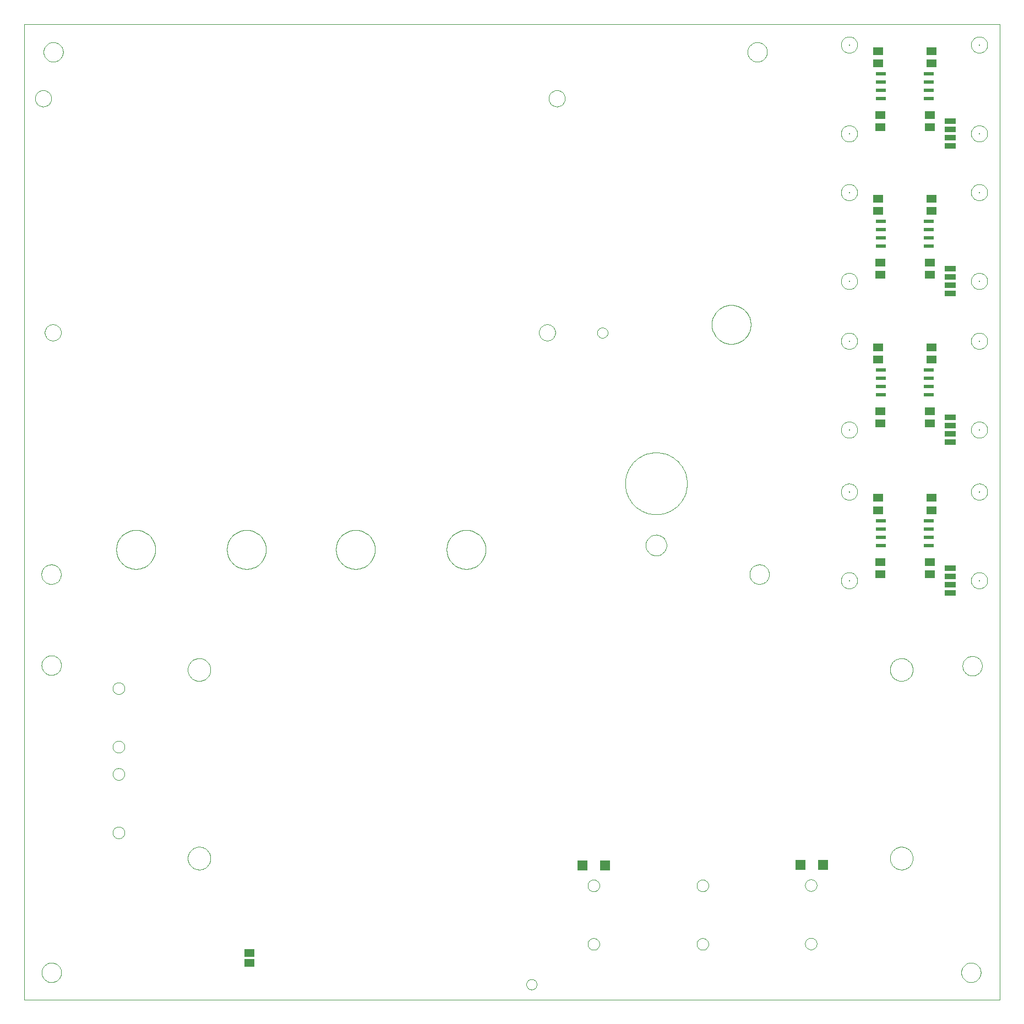
<source format=gtp>
G75*
G70*
%OFA0B0*%
%FSLAX24Y24*%
%IPPOS*%
%LPD*%
%AMOC8*
5,1,8,0,0,1.08239X$1,22.5*
%
%ADD10C,0.0000*%
%ADD11R,0.0591X0.0512*%
%ADD12C,0.0005*%
%ADD13R,0.0610X0.0210*%
%ADD14R,0.0660X0.0320*%
%ADD15R,0.0630X0.0460*%
%ADD16R,0.0591X0.0591*%
D10*
X001467Y000180D02*
X060522Y000180D01*
X060522Y059235D01*
X001467Y059235D01*
X001467Y000180D01*
X002517Y001821D02*
X002519Y001869D01*
X002525Y001917D01*
X002535Y001964D01*
X002548Y002010D01*
X002566Y002055D01*
X002586Y002099D01*
X002611Y002141D01*
X002639Y002180D01*
X002669Y002217D01*
X002703Y002251D01*
X002740Y002283D01*
X002778Y002312D01*
X002819Y002337D01*
X002862Y002359D01*
X002907Y002377D01*
X002953Y002391D01*
X003000Y002402D01*
X003048Y002409D01*
X003096Y002412D01*
X003144Y002411D01*
X003192Y002406D01*
X003240Y002397D01*
X003286Y002385D01*
X003331Y002368D01*
X003375Y002348D01*
X003417Y002325D01*
X003457Y002298D01*
X003495Y002268D01*
X003530Y002235D01*
X003562Y002199D01*
X003592Y002161D01*
X003618Y002120D01*
X003640Y002077D01*
X003660Y002033D01*
X003675Y001988D01*
X003687Y001941D01*
X003695Y001893D01*
X003699Y001845D01*
X003699Y001797D01*
X003695Y001749D01*
X003687Y001701D01*
X003675Y001654D01*
X003660Y001609D01*
X003640Y001565D01*
X003618Y001522D01*
X003592Y001481D01*
X003562Y001443D01*
X003530Y001407D01*
X003495Y001374D01*
X003457Y001344D01*
X003417Y001317D01*
X003375Y001294D01*
X003331Y001274D01*
X003286Y001257D01*
X003240Y001245D01*
X003192Y001236D01*
X003144Y001231D01*
X003096Y001230D01*
X003048Y001233D01*
X003000Y001240D01*
X002953Y001251D01*
X002907Y001265D01*
X002862Y001283D01*
X002819Y001305D01*
X002778Y001330D01*
X002740Y001359D01*
X002703Y001391D01*
X002669Y001425D01*
X002639Y001462D01*
X002611Y001501D01*
X002586Y001543D01*
X002566Y001587D01*
X002548Y001632D01*
X002535Y001678D01*
X002525Y001725D01*
X002519Y001773D01*
X002517Y001821D01*
X006820Y010293D02*
X006822Y010330D01*
X006828Y010367D01*
X006837Y010403D01*
X006851Y010437D01*
X006868Y010470D01*
X006888Y010502D01*
X006911Y010531D01*
X006937Y010557D01*
X006966Y010580D01*
X006997Y010600D01*
X007031Y010617D01*
X007065Y010631D01*
X007101Y010640D01*
X007138Y010646D01*
X007175Y010648D01*
X007212Y010646D01*
X007249Y010640D01*
X007285Y010631D01*
X007319Y010617D01*
X007352Y010600D01*
X007384Y010580D01*
X007413Y010557D01*
X007439Y010531D01*
X007462Y010502D01*
X007482Y010471D01*
X007499Y010437D01*
X007513Y010403D01*
X007522Y010367D01*
X007528Y010330D01*
X007530Y010293D01*
X007528Y010256D01*
X007522Y010219D01*
X007513Y010183D01*
X007499Y010149D01*
X007482Y010116D01*
X007462Y010084D01*
X007439Y010055D01*
X007413Y010029D01*
X007384Y010006D01*
X007353Y009986D01*
X007319Y009969D01*
X007285Y009955D01*
X007249Y009946D01*
X007212Y009940D01*
X007175Y009938D01*
X007138Y009940D01*
X007101Y009946D01*
X007065Y009955D01*
X007031Y009969D01*
X006998Y009986D01*
X006966Y010006D01*
X006937Y010029D01*
X006911Y010055D01*
X006888Y010084D01*
X006868Y010115D01*
X006851Y010149D01*
X006837Y010183D01*
X006828Y010219D01*
X006822Y010256D01*
X006820Y010293D01*
X006820Y013833D02*
X006822Y013870D01*
X006828Y013907D01*
X006837Y013943D01*
X006851Y013977D01*
X006868Y014010D01*
X006888Y014042D01*
X006911Y014071D01*
X006937Y014097D01*
X006966Y014120D01*
X006997Y014140D01*
X007031Y014157D01*
X007065Y014171D01*
X007101Y014180D01*
X007138Y014186D01*
X007175Y014188D01*
X007212Y014186D01*
X007249Y014180D01*
X007285Y014171D01*
X007319Y014157D01*
X007352Y014140D01*
X007384Y014120D01*
X007413Y014097D01*
X007439Y014071D01*
X007462Y014042D01*
X007482Y014011D01*
X007499Y013977D01*
X007513Y013943D01*
X007522Y013907D01*
X007528Y013870D01*
X007530Y013833D01*
X007528Y013796D01*
X007522Y013759D01*
X007513Y013723D01*
X007499Y013689D01*
X007482Y013656D01*
X007462Y013624D01*
X007439Y013595D01*
X007413Y013569D01*
X007384Y013546D01*
X007353Y013526D01*
X007319Y013509D01*
X007285Y013495D01*
X007249Y013486D01*
X007212Y013480D01*
X007175Y013478D01*
X007138Y013480D01*
X007101Y013486D01*
X007065Y013495D01*
X007031Y013509D01*
X006998Y013526D01*
X006966Y013546D01*
X006937Y013569D01*
X006911Y013595D01*
X006888Y013624D01*
X006868Y013655D01*
X006851Y013689D01*
X006837Y013723D01*
X006828Y013759D01*
X006822Y013796D01*
X006820Y013833D01*
X006820Y015488D02*
X006822Y015525D01*
X006828Y015562D01*
X006837Y015598D01*
X006851Y015632D01*
X006868Y015665D01*
X006888Y015697D01*
X006911Y015726D01*
X006937Y015752D01*
X006966Y015775D01*
X006997Y015795D01*
X007031Y015812D01*
X007065Y015826D01*
X007101Y015835D01*
X007138Y015841D01*
X007175Y015843D01*
X007212Y015841D01*
X007249Y015835D01*
X007285Y015826D01*
X007319Y015812D01*
X007352Y015795D01*
X007384Y015775D01*
X007413Y015752D01*
X007439Y015726D01*
X007462Y015697D01*
X007482Y015666D01*
X007499Y015632D01*
X007513Y015598D01*
X007522Y015562D01*
X007528Y015525D01*
X007530Y015488D01*
X007528Y015451D01*
X007522Y015414D01*
X007513Y015378D01*
X007499Y015344D01*
X007482Y015311D01*
X007462Y015279D01*
X007439Y015250D01*
X007413Y015224D01*
X007384Y015201D01*
X007353Y015181D01*
X007319Y015164D01*
X007285Y015150D01*
X007249Y015141D01*
X007212Y015135D01*
X007175Y015133D01*
X007138Y015135D01*
X007101Y015141D01*
X007065Y015150D01*
X007031Y015164D01*
X006998Y015181D01*
X006966Y015201D01*
X006937Y015224D01*
X006911Y015250D01*
X006888Y015279D01*
X006868Y015310D01*
X006851Y015344D01*
X006837Y015378D01*
X006828Y015414D01*
X006822Y015451D01*
X006820Y015488D01*
X006820Y019028D02*
X006822Y019065D01*
X006828Y019102D01*
X006837Y019138D01*
X006851Y019172D01*
X006868Y019205D01*
X006888Y019237D01*
X006911Y019266D01*
X006937Y019292D01*
X006966Y019315D01*
X006997Y019335D01*
X007031Y019352D01*
X007065Y019366D01*
X007101Y019375D01*
X007138Y019381D01*
X007175Y019383D01*
X007212Y019381D01*
X007249Y019375D01*
X007285Y019366D01*
X007319Y019352D01*
X007352Y019335D01*
X007384Y019315D01*
X007413Y019292D01*
X007439Y019266D01*
X007462Y019237D01*
X007482Y019206D01*
X007499Y019172D01*
X007513Y019138D01*
X007522Y019102D01*
X007528Y019065D01*
X007530Y019028D01*
X007528Y018991D01*
X007522Y018954D01*
X007513Y018918D01*
X007499Y018884D01*
X007482Y018851D01*
X007462Y018819D01*
X007439Y018790D01*
X007413Y018764D01*
X007384Y018741D01*
X007353Y018721D01*
X007319Y018704D01*
X007285Y018690D01*
X007249Y018681D01*
X007212Y018675D01*
X007175Y018673D01*
X007138Y018675D01*
X007101Y018681D01*
X007065Y018690D01*
X007031Y018704D01*
X006998Y018721D01*
X006966Y018741D01*
X006937Y018764D01*
X006911Y018790D01*
X006888Y018819D01*
X006868Y018850D01*
X006851Y018884D01*
X006837Y018918D01*
X006828Y018954D01*
X006822Y018991D01*
X006820Y019028D01*
X002507Y020423D02*
X002509Y020471D01*
X002515Y020519D01*
X002525Y020566D01*
X002538Y020612D01*
X002556Y020657D01*
X002576Y020701D01*
X002601Y020743D01*
X002629Y020782D01*
X002659Y020819D01*
X002693Y020853D01*
X002730Y020885D01*
X002768Y020914D01*
X002809Y020939D01*
X002852Y020961D01*
X002897Y020979D01*
X002943Y020993D01*
X002990Y021004D01*
X003038Y021011D01*
X003086Y021014D01*
X003134Y021013D01*
X003182Y021008D01*
X003230Y020999D01*
X003276Y020987D01*
X003321Y020970D01*
X003365Y020950D01*
X003407Y020927D01*
X003447Y020900D01*
X003485Y020870D01*
X003520Y020837D01*
X003552Y020801D01*
X003582Y020763D01*
X003608Y020722D01*
X003630Y020679D01*
X003650Y020635D01*
X003665Y020590D01*
X003677Y020543D01*
X003685Y020495D01*
X003689Y020447D01*
X003689Y020399D01*
X003685Y020351D01*
X003677Y020303D01*
X003665Y020256D01*
X003650Y020211D01*
X003630Y020167D01*
X003608Y020124D01*
X003582Y020083D01*
X003552Y020045D01*
X003520Y020009D01*
X003485Y019976D01*
X003447Y019946D01*
X003407Y019919D01*
X003365Y019896D01*
X003321Y019876D01*
X003276Y019859D01*
X003230Y019847D01*
X003182Y019838D01*
X003134Y019833D01*
X003086Y019832D01*
X003038Y019835D01*
X002990Y019842D01*
X002943Y019853D01*
X002897Y019867D01*
X002852Y019885D01*
X002809Y019907D01*
X002768Y019932D01*
X002730Y019961D01*
X002693Y019993D01*
X002659Y020027D01*
X002629Y020064D01*
X002601Y020103D01*
X002576Y020145D01*
X002556Y020189D01*
X002538Y020234D01*
X002525Y020280D01*
X002515Y020327D01*
X002509Y020375D01*
X002507Y020423D01*
X001467Y024305D02*
X001467Y059174D01*
X002626Y057555D02*
X002628Y057603D01*
X002634Y057651D01*
X002644Y057698D01*
X002657Y057744D01*
X002675Y057789D01*
X002695Y057833D01*
X002720Y057875D01*
X002748Y057914D01*
X002778Y057951D01*
X002812Y057985D01*
X002849Y058017D01*
X002887Y058046D01*
X002928Y058071D01*
X002971Y058093D01*
X003016Y058111D01*
X003062Y058125D01*
X003109Y058136D01*
X003157Y058143D01*
X003205Y058146D01*
X003253Y058145D01*
X003301Y058140D01*
X003349Y058131D01*
X003395Y058119D01*
X003440Y058102D01*
X003484Y058082D01*
X003526Y058059D01*
X003566Y058032D01*
X003604Y058002D01*
X003639Y057969D01*
X003671Y057933D01*
X003701Y057895D01*
X003727Y057854D01*
X003749Y057811D01*
X003769Y057767D01*
X003784Y057722D01*
X003796Y057675D01*
X003804Y057627D01*
X003808Y057579D01*
X003808Y057531D01*
X003804Y057483D01*
X003796Y057435D01*
X003784Y057388D01*
X003769Y057343D01*
X003749Y057299D01*
X003727Y057256D01*
X003701Y057215D01*
X003671Y057177D01*
X003639Y057141D01*
X003604Y057108D01*
X003566Y057078D01*
X003526Y057051D01*
X003484Y057028D01*
X003440Y057008D01*
X003395Y056991D01*
X003349Y056979D01*
X003301Y056970D01*
X003253Y056965D01*
X003205Y056964D01*
X003157Y056967D01*
X003109Y056974D01*
X003062Y056985D01*
X003016Y056999D01*
X002971Y057017D01*
X002928Y057039D01*
X002887Y057064D01*
X002849Y057093D01*
X002812Y057125D01*
X002778Y057159D01*
X002748Y057196D01*
X002720Y057235D01*
X002695Y057277D01*
X002675Y057321D01*
X002657Y057366D01*
X002644Y057412D01*
X002634Y057459D01*
X002628Y057507D01*
X002626Y057555D01*
X002114Y054742D02*
X002116Y054786D01*
X002122Y054830D01*
X002132Y054873D01*
X002145Y054915D01*
X002163Y054955D01*
X002184Y054994D01*
X002208Y055031D01*
X002235Y055066D01*
X002266Y055098D01*
X002299Y055127D01*
X002335Y055153D01*
X002373Y055175D01*
X002413Y055194D01*
X002454Y055210D01*
X002497Y055222D01*
X002540Y055230D01*
X002584Y055234D01*
X002628Y055234D01*
X002672Y055230D01*
X002715Y055222D01*
X002758Y055210D01*
X002799Y055194D01*
X002839Y055175D01*
X002877Y055153D01*
X002913Y055127D01*
X002946Y055098D01*
X002977Y055066D01*
X003004Y055031D01*
X003028Y054994D01*
X003049Y054955D01*
X003067Y054915D01*
X003080Y054873D01*
X003090Y054830D01*
X003096Y054786D01*
X003098Y054742D01*
X003096Y054698D01*
X003090Y054654D01*
X003080Y054611D01*
X003067Y054569D01*
X003049Y054529D01*
X003028Y054490D01*
X003004Y054453D01*
X002977Y054418D01*
X002946Y054386D01*
X002913Y054357D01*
X002877Y054331D01*
X002839Y054309D01*
X002799Y054290D01*
X002758Y054274D01*
X002715Y054262D01*
X002672Y054254D01*
X002628Y054250D01*
X002584Y054250D01*
X002540Y054254D01*
X002497Y054262D01*
X002454Y054274D01*
X002413Y054290D01*
X002373Y054309D01*
X002335Y054331D01*
X002299Y054357D01*
X002266Y054386D01*
X002235Y054418D01*
X002208Y054453D01*
X002184Y054490D01*
X002163Y054529D01*
X002145Y054569D01*
X002132Y054611D01*
X002122Y054654D01*
X002116Y054698D01*
X002114Y054742D01*
X002705Y040568D02*
X002707Y040612D01*
X002713Y040656D01*
X002723Y040699D01*
X002736Y040741D01*
X002754Y040781D01*
X002775Y040820D01*
X002799Y040857D01*
X002826Y040892D01*
X002857Y040924D01*
X002890Y040953D01*
X002926Y040979D01*
X002964Y041001D01*
X003004Y041020D01*
X003045Y041036D01*
X003088Y041048D01*
X003131Y041056D01*
X003175Y041060D01*
X003219Y041060D01*
X003263Y041056D01*
X003306Y041048D01*
X003349Y041036D01*
X003390Y041020D01*
X003430Y041001D01*
X003468Y040979D01*
X003504Y040953D01*
X003537Y040924D01*
X003568Y040892D01*
X003595Y040857D01*
X003619Y040820D01*
X003640Y040781D01*
X003658Y040741D01*
X003671Y040699D01*
X003681Y040656D01*
X003687Y040612D01*
X003689Y040568D01*
X003687Y040524D01*
X003681Y040480D01*
X003671Y040437D01*
X003658Y040395D01*
X003640Y040355D01*
X003619Y040316D01*
X003595Y040279D01*
X003568Y040244D01*
X003537Y040212D01*
X003504Y040183D01*
X003468Y040157D01*
X003430Y040135D01*
X003390Y040116D01*
X003349Y040100D01*
X003306Y040088D01*
X003263Y040080D01*
X003219Y040076D01*
X003175Y040076D01*
X003131Y040080D01*
X003088Y040088D01*
X003045Y040100D01*
X003004Y040116D01*
X002964Y040135D01*
X002926Y040157D01*
X002890Y040183D01*
X002857Y040212D01*
X002826Y040244D01*
X002799Y040279D01*
X002775Y040316D01*
X002754Y040355D01*
X002736Y040395D01*
X002723Y040437D01*
X002713Y040480D01*
X002707Y040524D01*
X002705Y040568D01*
X007036Y027430D02*
X007038Y027499D01*
X007044Y027567D01*
X007054Y027635D01*
X007068Y027702D01*
X007086Y027769D01*
X007107Y027834D01*
X007133Y027898D01*
X007162Y027960D01*
X007194Y028020D01*
X007230Y028079D01*
X007270Y028135D01*
X007312Y028189D01*
X007358Y028240D01*
X007407Y028289D01*
X007458Y028335D01*
X007512Y028377D01*
X007568Y028417D01*
X007626Y028453D01*
X007687Y028485D01*
X007749Y028514D01*
X007813Y028540D01*
X007878Y028561D01*
X007945Y028579D01*
X008012Y028593D01*
X008080Y028603D01*
X008148Y028609D01*
X008217Y028611D01*
X008286Y028609D01*
X008354Y028603D01*
X008422Y028593D01*
X008489Y028579D01*
X008556Y028561D01*
X008621Y028540D01*
X008685Y028514D01*
X008747Y028485D01*
X008807Y028453D01*
X008866Y028417D01*
X008922Y028377D01*
X008976Y028335D01*
X009027Y028289D01*
X009076Y028240D01*
X009122Y028189D01*
X009164Y028135D01*
X009204Y028079D01*
X009240Y028020D01*
X009272Y027960D01*
X009301Y027898D01*
X009327Y027834D01*
X009348Y027769D01*
X009366Y027702D01*
X009380Y027635D01*
X009390Y027567D01*
X009396Y027499D01*
X009398Y027430D01*
X009396Y027361D01*
X009390Y027293D01*
X009380Y027225D01*
X009366Y027158D01*
X009348Y027091D01*
X009327Y027026D01*
X009301Y026962D01*
X009272Y026900D01*
X009240Y026839D01*
X009204Y026781D01*
X009164Y026725D01*
X009122Y026671D01*
X009076Y026620D01*
X009027Y026571D01*
X008976Y026525D01*
X008922Y026483D01*
X008866Y026443D01*
X008808Y026407D01*
X008747Y026375D01*
X008685Y026346D01*
X008621Y026320D01*
X008556Y026299D01*
X008489Y026281D01*
X008422Y026267D01*
X008354Y026257D01*
X008286Y026251D01*
X008217Y026249D01*
X008148Y026251D01*
X008080Y026257D01*
X008012Y026267D01*
X007945Y026281D01*
X007878Y026299D01*
X007813Y026320D01*
X007749Y026346D01*
X007687Y026375D01*
X007626Y026407D01*
X007568Y026443D01*
X007512Y026483D01*
X007458Y026525D01*
X007407Y026571D01*
X007358Y026620D01*
X007312Y026671D01*
X007270Y026725D01*
X007230Y026781D01*
X007194Y026839D01*
X007162Y026900D01*
X007133Y026962D01*
X007107Y027026D01*
X007086Y027091D01*
X007068Y027158D01*
X007054Y027225D01*
X007044Y027293D01*
X007038Y027361D01*
X007036Y027430D01*
X002501Y025930D02*
X002503Y025978D01*
X002509Y026026D01*
X002519Y026073D01*
X002532Y026119D01*
X002550Y026164D01*
X002570Y026208D01*
X002595Y026250D01*
X002623Y026289D01*
X002653Y026326D01*
X002687Y026360D01*
X002724Y026392D01*
X002762Y026421D01*
X002803Y026446D01*
X002846Y026468D01*
X002891Y026486D01*
X002937Y026500D01*
X002984Y026511D01*
X003032Y026518D01*
X003080Y026521D01*
X003128Y026520D01*
X003176Y026515D01*
X003224Y026506D01*
X003270Y026494D01*
X003315Y026477D01*
X003359Y026457D01*
X003401Y026434D01*
X003441Y026407D01*
X003479Y026377D01*
X003514Y026344D01*
X003546Y026308D01*
X003576Y026270D01*
X003602Y026229D01*
X003624Y026186D01*
X003644Y026142D01*
X003659Y026097D01*
X003671Y026050D01*
X003679Y026002D01*
X003683Y025954D01*
X003683Y025906D01*
X003679Y025858D01*
X003671Y025810D01*
X003659Y025763D01*
X003644Y025718D01*
X003624Y025674D01*
X003602Y025631D01*
X003576Y025590D01*
X003546Y025552D01*
X003514Y025516D01*
X003479Y025483D01*
X003441Y025453D01*
X003401Y025426D01*
X003359Y025403D01*
X003315Y025383D01*
X003270Y025366D01*
X003224Y025354D01*
X003176Y025345D01*
X003128Y025340D01*
X003080Y025339D01*
X003032Y025342D01*
X002984Y025349D01*
X002937Y025360D01*
X002891Y025374D01*
X002846Y025392D01*
X002803Y025414D01*
X002762Y025439D01*
X002724Y025468D01*
X002687Y025500D01*
X002653Y025534D01*
X002623Y025571D01*
X002595Y025610D01*
X002570Y025652D01*
X002550Y025696D01*
X002532Y025741D01*
X002519Y025787D01*
X002509Y025834D01*
X002503Y025882D01*
X002501Y025930D01*
X011361Y020155D02*
X011363Y020207D01*
X011369Y020259D01*
X011379Y020310D01*
X011392Y020360D01*
X011410Y020410D01*
X011431Y020457D01*
X011455Y020503D01*
X011484Y020547D01*
X011515Y020589D01*
X011549Y020628D01*
X011586Y020665D01*
X011626Y020698D01*
X011669Y020729D01*
X011713Y020756D01*
X011759Y020780D01*
X011808Y020800D01*
X011857Y020816D01*
X011908Y020829D01*
X011959Y020838D01*
X012011Y020843D01*
X012063Y020844D01*
X012115Y020841D01*
X012167Y020834D01*
X012218Y020823D01*
X012268Y020809D01*
X012317Y020790D01*
X012364Y020768D01*
X012409Y020743D01*
X012453Y020714D01*
X012494Y020682D01*
X012533Y020647D01*
X012568Y020609D01*
X012601Y020568D01*
X012631Y020526D01*
X012657Y020481D01*
X012680Y020434D01*
X012699Y020385D01*
X012715Y020335D01*
X012727Y020285D01*
X012735Y020233D01*
X012739Y020181D01*
X012739Y020129D01*
X012735Y020077D01*
X012727Y020025D01*
X012715Y019975D01*
X012699Y019925D01*
X012680Y019876D01*
X012657Y019829D01*
X012631Y019784D01*
X012601Y019742D01*
X012568Y019701D01*
X012533Y019663D01*
X012494Y019628D01*
X012453Y019596D01*
X012409Y019567D01*
X012364Y019542D01*
X012317Y019520D01*
X012268Y019501D01*
X012218Y019487D01*
X012167Y019476D01*
X012115Y019469D01*
X012063Y019466D01*
X012011Y019467D01*
X011959Y019472D01*
X011908Y019481D01*
X011857Y019494D01*
X011808Y019510D01*
X011759Y019530D01*
X011713Y019554D01*
X011669Y019581D01*
X011626Y019612D01*
X011586Y019645D01*
X011549Y019682D01*
X011515Y019721D01*
X011484Y019763D01*
X011455Y019807D01*
X011431Y019853D01*
X011410Y019900D01*
X011392Y019950D01*
X011379Y020000D01*
X011369Y020051D01*
X011363Y020103D01*
X011361Y020155D01*
X013736Y027430D02*
X013738Y027499D01*
X013744Y027567D01*
X013754Y027635D01*
X013768Y027702D01*
X013786Y027769D01*
X013807Y027834D01*
X013833Y027898D01*
X013862Y027960D01*
X013894Y028020D01*
X013930Y028079D01*
X013970Y028135D01*
X014012Y028189D01*
X014058Y028240D01*
X014107Y028289D01*
X014158Y028335D01*
X014212Y028377D01*
X014268Y028417D01*
X014326Y028453D01*
X014387Y028485D01*
X014449Y028514D01*
X014513Y028540D01*
X014578Y028561D01*
X014645Y028579D01*
X014712Y028593D01*
X014780Y028603D01*
X014848Y028609D01*
X014917Y028611D01*
X014986Y028609D01*
X015054Y028603D01*
X015122Y028593D01*
X015189Y028579D01*
X015256Y028561D01*
X015321Y028540D01*
X015385Y028514D01*
X015447Y028485D01*
X015507Y028453D01*
X015566Y028417D01*
X015622Y028377D01*
X015676Y028335D01*
X015727Y028289D01*
X015776Y028240D01*
X015822Y028189D01*
X015864Y028135D01*
X015904Y028079D01*
X015940Y028020D01*
X015972Y027960D01*
X016001Y027898D01*
X016027Y027834D01*
X016048Y027769D01*
X016066Y027702D01*
X016080Y027635D01*
X016090Y027567D01*
X016096Y027499D01*
X016098Y027430D01*
X016096Y027361D01*
X016090Y027293D01*
X016080Y027225D01*
X016066Y027158D01*
X016048Y027091D01*
X016027Y027026D01*
X016001Y026962D01*
X015972Y026900D01*
X015940Y026839D01*
X015904Y026781D01*
X015864Y026725D01*
X015822Y026671D01*
X015776Y026620D01*
X015727Y026571D01*
X015676Y026525D01*
X015622Y026483D01*
X015566Y026443D01*
X015508Y026407D01*
X015447Y026375D01*
X015385Y026346D01*
X015321Y026320D01*
X015256Y026299D01*
X015189Y026281D01*
X015122Y026267D01*
X015054Y026257D01*
X014986Y026251D01*
X014917Y026249D01*
X014848Y026251D01*
X014780Y026257D01*
X014712Y026267D01*
X014645Y026281D01*
X014578Y026299D01*
X014513Y026320D01*
X014449Y026346D01*
X014387Y026375D01*
X014326Y026407D01*
X014268Y026443D01*
X014212Y026483D01*
X014158Y026525D01*
X014107Y026571D01*
X014058Y026620D01*
X014012Y026671D01*
X013970Y026725D01*
X013930Y026781D01*
X013894Y026839D01*
X013862Y026900D01*
X013833Y026962D01*
X013807Y027026D01*
X013786Y027091D01*
X013768Y027158D01*
X013754Y027225D01*
X013744Y027293D01*
X013738Y027361D01*
X013736Y027430D01*
X020336Y027430D02*
X020338Y027499D01*
X020344Y027567D01*
X020354Y027635D01*
X020368Y027702D01*
X020386Y027769D01*
X020407Y027834D01*
X020433Y027898D01*
X020462Y027960D01*
X020494Y028020D01*
X020530Y028079D01*
X020570Y028135D01*
X020612Y028189D01*
X020658Y028240D01*
X020707Y028289D01*
X020758Y028335D01*
X020812Y028377D01*
X020868Y028417D01*
X020926Y028453D01*
X020987Y028485D01*
X021049Y028514D01*
X021113Y028540D01*
X021178Y028561D01*
X021245Y028579D01*
X021312Y028593D01*
X021380Y028603D01*
X021448Y028609D01*
X021517Y028611D01*
X021586Y028609D01*
X021654Y028603D01*
X021722Y028593D01*
X021789Y028579D01*
X021856Y028561D01*
X021921Y028540D01*
X021985Y028514D01*
X022047Y028485D01*
X022107Y028453D01*
X022166Y028417D01*
X022222Y028377D01*
X022276Y028335D01*
X022327Y028289D01*
X022376Y028240D01*
X022422Y028189D01*
X022464Y028135D01*
X022504Y028079D01*
X022540Y028020D01*
X022572Y027960D01*
X022601Y027898D01*
X022627Y027834D01*
X022648Y027769D01*
X022666Y027702D01*
X022680Y027635D01*
X022690Y027567D01*
X022696Y027499D01*
X022698Y027430D01*
X022696Y027361D01*
X022690Y027293D01*
X022680Y027225D01*
X022666Y027158D01*
X022648Y027091D01*
X022627Y027026D01*
X022601Y026962D01*
X022572Y026900D01*
X022540Y026839D01*
X022504Y026781D01*
X022464Y026725D01*
X022422Y026671D01*
X022376Y026620D01*
X022327Y026571D01*
X022276Y026525D01*
X022222Y026483D01*
X022166Y026443D01*
X022108Y026407D01*
X022047Y026375D01*
X021985Y026346D01*
X021921Y026320D01*
X021856Y026299D01*
X021789Y026281D01*
X021722Y026267D01*
X021654Y026257D01*
X021586Y026251D01*
X021517Y026249D01*
X021448Y026251D01*
X021380Y026257D01*
X021312Y026267D01*
X021245Y026281D01*
X021178Y026299D01*
X021113Y026320D01*
X021049Y026346D01*
X020987Y026375D01*
X020926Y026407D01*
X020868Y026443D01*
X020812Y026483D01*
X020758Y026525D01*
X020707Y026571D01*
X020658Y026620D01*
X020612Y026671D01*
X020570Y026725D01*
X020530Y026781D01*
X020494Y026839D01*
X020462Y026900D01*
X020433Y026962D01*
X020407Y027026D01*
X020386Y027091D01*
X020368Y027158D01*
X020354Y027225D01*
X020344Y027293D01*
X020338Y027361D01*
X020336Y027430D01*
X027036Y027430D02*
X027038Y027499D01*
X027044Y027567D01*
X027054Y027635D01*
X027068Y027702D01*
X027086Y027769D01*
X027107Y027834D01*
X027133Y027898D01*
X027162Y027960D01*
X027194Y028020D01*
X027230Y028079D01*
X027270Y028135D01*
X027312Y028189D01*
X027358Y028240D01*
X027407Y028289D01*
X027458Y028335D01*
X027512Y028377D01*
X027568Y028417D01*
X027626Y028453D01*
X027687Y028485D01*
X027749Y028514D01*
X027813Y028540D01*
X027878Y028561D01*
X027945Y028579D01*
X028012Y028593D01*
X028080Y028603D01*
X028148Y028609D01*
X028217Y028611D01*
X028286Y028609D01*
X028354Y028603D01*
X028422Y028593D01*
X028489Y028579D01*
X028556Y028561D01*
X028621Y028540D01*
X028685Y028514D01*
X028747Y028485D01*
X028807Y028453D01*
X028866Y028417D01*
X028922Y028377D01*
X028976Y028335D01*
X029027Y028289D01*
X029076Y028240D01*
X029122Y028189D01*
X029164Y028135D01*
X029204Y028079D01*
X029240Y028020D01*
X029272Y027960D01*
X029301Y027898D01*
X029327Y027834D01*
X029348Y027769D01*
X029366Y027702D01*
X029380Y027635D01*
X029390Y027567D01*
X029396Y027499D01*
X029398Y027430D01*
X029396Y027361D01*
X029390Y027293D01*
X029380Y027225D01*
X029366Y027158D01*
X029348Y027091D01*
X029327Y027026D01*
X029301Y026962D01*
X029272Y026900D01*
X029240Y026839D01*
X029204Y026781D01*
X029164Y026725D01*
X029122Y026671D01*
X029076Y026620D01*
X029027Y026571D01*
X028976Y026525D01*
X028922Y026483D01*
X028866Y026443D01*
X028808Y026407D01*
X028747Y026375D01*
X028685Y026346D01*
X028621Y026320D01*
X028556Y026299D01*
X028489Y026281D01*
X028422Y026267D01*
X028354Y026257D01*
X028286Y026251D01*
X028217Y026249D01*
X028148Y026251D01*
X028080Y026257D01*
X028012Y026267D01*
X027945Y026281D01*
X027878Y026299D01*
X027813Y026320D01*
X027749Y026346D01*
X027687Y026375D01*
X027626Y026407D01*
X027568Y026443D01*
X027512Y026483D01*
X027458Y026525D01*
X027407Y026571D01*
X027358Y026620D01*
X027312Y026671D01*
X027270Y026725D01*
X027230Y026781D01*
X027194Y026839D01*
X027162Y026900D01*
X027133Y026962D01*
X027107Y027026D01*
X027086Y027091D01*
X027068Y027158D01*
X027054Y027225D01*
X027044Y027293D01*
X027038Y027361D01*
X027036Y027430D01*
X039087Y027690D02*
X039089Y027740D01*
X039095Y027790D01*
X039105Y027839D01*
X039119Y027887D01*
X039136Y027934D01*
X039157Y027979D01*
X039182Y028023D01*
X039210Y028064D01*
X039242Y028103D01*
X039276Y028140D01*
X039313Y028174D01*
X039353Y028204D01*
X039395Y028231D01*
X039439Y028255D01*
X039485Y028276D01*
X039532Y028292D01*
X039580Y028305D01*
X039630Y028314D01*
X039679Y028319D01*
X039730Y028320D01*
X039780Y028317D01*
X039829Y028310D01*
X039878Y028299D01*
X039926Y028284D01*
X039972Y028266D01*
X040017Y028244D01*
X040060Y028218D01*
X040101Y028189D01*
X040140Y028157D01*
X040176Y028122D01*
X040208Y028084D01*
X040238Y028044D01*
X040265Y028001D01*
X040288Y027957D01*
X040307Y027911D01*
X040323Y027863D01*
X040335Y027814D01*
X040343Y027765D01*
X040347Y027715D01*
X040347Y027665D01*
X040343Y027615D01*
X040335Y027566D01*
X040323Y027517D01*
X040307Y027469D01*
X040288Y027423D01*
X040265Y027379D01*
X040238Y027336D01*
X040208Y027296D01*
X040176Y027258D01*
X040140Y027223D01*
X040101Y027191D01*
X040060Y027162D01*
X040017Y027136D01*
X039972Y027114D01*
X039926Y027096D01*
X039878Y027081D01*
X039829Y027070D01*
X039780Y027063D01*
X039730Y027060D01*
X039679Y027061D01*
X039630Y027066D01*
X039580Y027075D01*
X039532Y027088D01*
X039485Y027104D01*
X039439Y027125D01*
X039395Y027149D01*
X039353Y027176D01*
X039313Y027206D01*
X039276Y027240D01*
X039242Y027277D01*
X039210Y027316D01*
X039182Y027357D01*
X039157Y027401D01*
X039136Y027446D01*
X039119Y027493D01*
X039105Y027541D01*
X039095Y027590D01*
X039089Y027640D01*
X039087Y027690D01*
X037842Y031430D02*
X037844Y031522D01*
X037851Y031614D01*
X037862Y031705D01*
X037878Y031796D01*
X037898Y031886D01*
X037923Y031974D01*
X037952Y032062D01*
X037985Y032148D01*
X038022Y032232D01*
X038063Y032314D01*
X038109Y032394D01*
X038158Y032472D01*
X038211Y032547D01*
X038268Y032619D01*
X038328Y032689D01*
X038391Y032756D01*
X038458Y032819D01*
X038528Y032879D01*
X038600Y032936D01*
X038675Y032989D01*
X038753Y033038D01*
X038833Y033084D01*
X038915Y033125D01*
X038999Y033162D01*
X039085Y033195D01*
X039173Y033224D01*
X039261Y033249D01*
X039351Y033269D01*
X039442Y033285D01*
X039533Y033296D01*
X039625Y033303D01*
X039717Y033305D01*
X039809Y033303D01*
X039901Y033296D01*
X039992Y033285D01*
X040083Y033269D01*
X040173Y033249D01*
X040261Y033224D01*
X040349Y033195D01*
X040435Y033162D01*
X040519Y033125D01*
X040601Y033084D01*
X040681Y033038D01*
X040759Y032989D01*
X040834Y032936D01*
X040906Y032879D01*
X040976Y032819D01*
X041043Y032756D01*
X041106Y032689D01*
X041166Y032619D01*
X041223Y032547D01*
X041276Y032472D01*
X041325Y032394D01*
X041371Y032314D01*
X041412Y032232D01*
X041449Y032148D01*
X041482Y032062D01*
X041511Y031974D01*
X041536Y031886D01*
X041556Y031796D01*
X041572Y031705D01*
X041583Y031614D01*
X041590Y031522D01*
X041592Y031430D01*
X041590Y031338D01*
X041583Y031246D01*
X041572Y031155D01*
X041556Y031064D01*
X041536Y030974D01*
X041511Y030886D01*
X041482Y030798D01*
X041449Y030712D01*
X041412Y030628D01*
X041371Y030546D01*
X041325Y030466D01*
X041276Y030388D01*
X041223Y030313D01*
X041166Y030241D01*
X041106Y030171D01*
X041043Y030104D01*
X040976Y030041D01*
X040906Y029981D01*
X040834Y029924D01*
X040759Y029871D01*
X040681Y029822D01*
X040601Y029776D01*
X040519Y029735D01*
X040435Y029698D01*
X040349Y029665D01*
X040261Y029636D01*
X040173Y029611D01*
X040083Y029591D01*
X039992Y029575D01*
X039901Y029564D01*
X039809Y029557D01*
X039717Y029555D01*
X039625Y029557D01*
X039533Y029564D01*
X039442Y029575D01*
X039351Y029591D01*
X039261Y029611D01*
X039173Y029636D01*
X039085Y029665D01*
X038999Y029698D01*
X038915Y029735D01*
X038833Y029776D01*
X038753Y029822D01*
X038675Y029871D01*
X038600Y029924D01*
X038528Y029981D01*
X038458Y030041D01*
X038391Y030104D01*
X038328Y030171D01*
X038268Y030241D01*
X038211Y030313D01*
X038158Y030388D01*
X038109Y030466D01*
X038063Y030546D01*
X038022Y030628D01*
X037985Y030712D01*
X037952Y030798D01*
X037923Y030886D01*
X037898Y030974D01*
X037878Y031064D01*
X037862Y031155D01*
X037851Y031246D01*
X037844Y031338D01*
X037842Y031430D01*
X045376Y025930D02*
X045378Y025978D01*
X045384Y026026D01*
X045394Y026073D01*
X045407Y026119D01*
X045425Y026164D01*
X045445Y026208D01*
X045470Y026250D01*
X045498Y026289D01*
X045528Y026326D01*
X045562Y026360D01*
X045599Y026392D01*
X045637Y026421D01*
X045678Y026446D01*
X045721Y026468D01*
X045766Y026486D01*
X045812Y026500D01*
X045859Y026511D01*
X045907Y026518D01*
X045955Y026521D01*
X046003Y026520D01*
X046051Y026515D01*
X046099Y026506D01*
X046145Y026494D01*
X046190Y026477D01*
X046234Y026457D01*
X046276Y026434D01*
X046316Y026407D01*
X046354Y026377D01*
X046389Y026344D01*
X046421Y026308D01*
X046451Y026270D01*
X046477Y026229D01*
X046499Y026186D01*
X046519Y026142D01*
X046534Y026097D01*
X046546Y026050D01*
X046554Y026002D01*
X046558Y025954D01*
X046558Y025906D01*
X046554Y025858D01*
X046546Y025810D01*
X046534Y025763D01*
X046519Y025718D01*
X046499Y025674D01*
X046477Y025631D01*
X046451Y025590D01*
X046421Y025552D01*
X046389Y025516D01*
X046354Y025483D01*
X046316Y025453D01*
X046276Y025426D01*
X046234Y025403D01*
X046190Y025383D01*
X046145Y025366D01*
X046099Y025354D01*
X046051Y025345D01*
X046003Y025340D01*
X045955Y025339D01*
X045907Y025342D01*
X045859Y025349D01*
X045812Y025360D01*
X045766Y025374D01*
X045721Y025392D01*
X045678Y025414D01*
X045637Y025439D01*
X045599Y025468D01*
X045562Y025500D01*
X045528Y025534D01*
X045498Y025571D01*
X045470Y025610D01*
X045445Y025652D01*
X045425Y025696D01*
X045407Y025741D01*
X045394Y025787D01*
X045384Y025834D01*
X045378Y025882D01*
X045376Y025930D01*
X050913Y025555D02*
X050915Y025599D01*
X050921Y025643D01*
X050931Y025686D01*
X050944Y025728D01*
X050962Y025768D01*
X050983Y025807D01*
X051007Y025844D01*
X051034Y025879D01*
X051065Y025911D01*
X051098Y025940D01*
X051134Y025966D01*
X051172Y025988D01*
X051212Y026007D01*
X051253Y026023D01*
X051296Y026035D01*
X051339Y026043D01*
X051383Y026047D01*
X051427Y026047D01*
X051471Y026043D01*
X051514Y026035D01*
X051557Y026023D01*
X051598Y026007D01*
X051638Y025988D01*
X051676Y025966D01*
X051712Y025940D01*
X051745Y025911D01*
X051776Y025879D01*
X051803Y025844D01*
X051827Y025807D01*
X051848Y025768D01*
X051866Y025728D01*
X051879Y025686D01*
X051889Y025643D01*
X051895Y025599D01*
X051897Y025555D01*
X051895Y025511D01*
X051889Y025467D01*
X051879Y025424D01*
X051866Y025382D01*
X051848Y025342D01*
X051827Y025303D01*
X051803Y025266D01*
X051776Y025231D01*
X051745Y025199D01*
X051712Y025170D01*
X051676Y025144D01*
X051638Y025122D01*
X051598Y025103D01*
X051557Y025087D01*
X051514Y025075D01*
X051471Y025067D01*
X051427Y025063D01*
X051383Y025063D01*
X051339Y025067D01*
X051296Y025075D01*
X051253Y025087D01*
X051212Y025103D01*
X051172Y025122D01*
X051134Y025144D01*
X051098Y025170D01*
X051065Y025199D01*
X051034Y025231D01*
X051007Y025266D01*
X050983Y025303D01*
X050962Y025342D01*
X050944Y025382D01*
X050931Y025424D01*
X050921Y025467D01*
X050915Y025511D01*
X050913Y025555D01*
X050913Y030930D02*
X050915Y030974D01*
X050921Y031018D01*
X050931Y031061D01*
X050944Y031103D01*
X050962Y031143D01*
X050983Y031182D01*
X051007Y031219D01*
X051034Y031254D01*
X051065Y031286D01*
X051098Y031315D01*
X051134Y031341D01*
X051172Y031363D01*
X051212Y031382D01*
X051253Y031398D01*
X051296Y031410D01*
X051339Y031418D01*
X051383Y031422D01*
X051427Y031422D01*
X051471Y031418D01*
X051514Y031410D01*
X051557Y031398D01*
X051598Y031382D01*
X051638Y031363D01*
X051676Y031341D01*
X051712Y031315D01*
X051745Y031286D01*
X051776Y031254D01*
X051803Y031219D01*
X051827Y031182D01*
X051848Y031143D01*
X051866Y031103D01*
X051879Y031061D01*
X051889Y031018D01*
X051895Y030974D01*
X051897Y030930D01*
X051895Y030886D01*
X051889Y030842D01*
X051879Y030799D01*
X051866Y030757D01*
X051848Y030717D01*
X051827Y030678D01*
X051803Y030641D01*
X051776Y030606D01*
X051745Y030574D01*
X051712Y030545D01*
X051676Y030519D01*
X051638Y030497D01*
X051598Y030478D01*
X051557Y030462D01*
X051514Y030450D01*
X051471Y030442D01*
X051427Y030438D01*
X051383Y030438D01*
X051339Y030442D01*
X051296Y030450D01*
X051253Y030462D01*
X051212Y030478D01*
X051172Y030497D01*
X051134Y030519D01*
X051098Y030545D01*
X051065Y030574D01*
X051034Y030606D01*
X051007Y030641D01*
X050983Y030678D01*
X050962Y030717D01*
X050944Y030757D01*
X050931Y030799D01*
X050921Y030842D01*
X050915Y030886D01*
X050913Y030930D01*
X050913Y034680D02*
X050915Y034724D01*
X050921Y034768D01*
X050931Y034811D01*
X050944Y034853D01*
X050962Y034893D01*
X050983Y034932D01*
X051007Y034969D01*
X051034Y035004D01*
X051065Y035036D01*
X051098Y035065D01*
X051134Y035091D01*
X051172Y035113D01*
X051212Y035132D01*
X051253Y035148D01*
X051296Y035160D01*
X051339Y035168D01*
X051383Y035172D01*
X051427Y035172D01*
X051471Y035168D01*
X051514Y035160D01*
X051557Y035148D01*
X051598Y035132D01*
X051638Y035113D01*
X051676Y035091D01*
X051712Y035065D01*
X051745Y035036D01*
X051776Y035004D01*
X051803Y034969D01*
X051827Y034932D01*
X051848Y034893D01*
X051866Y034853D01*
X051879Y034811D01*
X051889Y034768D01*
X051895Y034724D01*
X051897Y034680D01*
X051895Y034636D01*
X051889Y034592D01*
X051879Y034549D01*
X051866Y034507D01*
X051848Y034467D01*
X051827Y034428D01*
X051803Y034391D01*
X051776Y034356D01*
X051745Y034324D01*
X051712Y034295D01*
X051676Y034269D01*
X051638Y034247D01*
X051598Y034228D01*
X051557Y034212D01*
X051514Y034200D01*
X051471Y034192D01*
X051427Y034188D01*
X051383Y034188D01*
X051339Y034192D01*
X051296Y034200D01*
X051253Y034212D01*
X051212Y034228D01*
X051172Y034247D01*
X051134Y034269D01*
X051098Y034295D01*
X051065Y034324D01*
X051034Y034356D01*
X051007Y034391D01*
X050983Y034428D01*
X050962Y034467D01*
X050944Y034507D01*
X050931Y034549D01*
X050921Y034592D01*
X050915Y034636D01*
X050913Y034680D01*
X050913Y040055D02*
X050915Y040099D01*
X050921Y040143D01*
X050931Y040186D01*
X050944Y040228D01*
X050962Y040268D01*
X050983Y040307D01*
X051007Y040344D01*
X051034Y040379D01*
X051065Y040411D01*
X051098Y040440D01*
X051134Y040466D01*
X051172Y040488D01*
X051212Y040507D01*
X051253Y040523D01*
X051296Y040535D01*
X051339Y040543D01*
X051383Y040547D01*
X051427Y040547D01*
X051471Y040543D01*
X051514Y040535D01*
X051557Y040523D01*
X051598Y040507D01*
X051638Y040488D01*
X051676Y040466D01*
X051712Y040440D01*
X051745Y040411D01*
X051776Y040379D01*
X051803Y040344D01*
X051827Y040307D01*
X051848Y040268D01*
X051866Y040228D01*
X051879Y040186D01*
X051889Y040143D01*
X051895Y040099D01*
X051897Y040055D01*
X051895Y040011D01*
X051889Y039967D01*
X051879Y039924D01*
X051866Y039882D01*
X051848Y039842D01*
X051827Y039803D01*
X051803Y039766D01*
X051776Y039731D01*
X051745Y039699D01*
X051712Y039670D01*
X051676Y039644D01*
X051638Y039622D01*
X051598Y039603D01*
X051557Y039587D01*
X051514Y039575D01*
X051471Y039567D01*
X051427Y039563D01*
X051383Y039563D01*
X051339Y039567D01*
X051296Y039575D01*
X051253Y039587D01*
X051212Y039603D01*
X051172Y039622D01*
X051134Y039644D01*
X051098Y039670D01*
X051065Y039699D01*
X051034Y039731D01*
X051007Y039766D01*
X050983Y039803D01*
X050962Y039842D01*
X050944Y039882D01*
X050931Y039924D01*
X050921Y039967D01*
X050915Y040011D01*
X050913Y040055D01*
X050913Y043680D02*
X050915Y043724D01*
X050921Y043768D01*
X050931Y043811D01*
X050944Y043853D01*
X050962Y043893D01*
X050983Y043932D01*
X051007Y043969D01*
X051034Y044004D01*
X051065Y044036D01*
X051098Y044065D01*
X051134Y044091D01*
X051172Y044113D01*
X051212Y044132D01*
X051253Y044148D01*
X051296Y044160D01*
X051339Y044168D01*
X051383Y044172D01*
X051427Y044172D01*
X051471Y044168D01*
X051514Y044160D01*
X051557Y044148D01*
X051598Y044132D01*
X051638Y044113D01*
X051676Y044091D01*
X051712Y044065D01*
X051745Y044036D01*
X051776Y044004D01*
X051803Y043969D01*
X051827Y043932D01*
X051848Y043893D01*
X051866Y043853D01*
X051879Y043811D01*
X051889Y043768D01*
X051895Y043724D01*
X051897Y043680D01*
X051895Y043636D01*
X051889Y043592D01*
X051879Y043549D01*
X051866Y043507D01*
X051848Y043467D01*
X051827Y043428D01*
X051803Y043391D01*
X051776Y043356D01*
X051745Y043324D01*
X051712Y043295D01*
X051676Y043269D01*
X051638Y043247D01*
X051598Y043228D01*
X051557Y043212D01*
X051514Y043200D01*
X051471Y043192D01*
X051427Y043188D01*
X051383Y043188D01*
X051339Y043192D01*
X051296Y043200D01*
X051253Y043212D01*
X051212Y043228D01*
X051172Y043247D01*
X051134Y043269D01*
X051098Y043295D01*
X051065Y043324D01*
X051034Y043356D01*
X051007Y043391D01*
X050983Y043428D01*
X050962Y043467D01*
X050944Y043507D01*
X050931Y043549D01*
X050921Y043592D01*
X050915Y043636D01*
X050913Y043680D01*
X050913Y049055D02*
X050915Y049099D01*
X050921Y049143D01*
X050931Y049186D01*
X050944Y049228D01*
X050962Y049268D01*
X050983Y049307D01*
X051007Y049344D01*
X051034Y049379D01*
X051065Y049411D01*
X051098Y049440D01*
X051134Y049466D01*
X051172Y049488D01*
X051212Y049507D01*
X051253Y049523D01*
X051296Y049535D01*
X051339Y049543D01*
X051383Y049547D01*
X051427Y049547D01*
X051471Y049543D01*
X051514Y049535D01*
X051557Y049523D01*
X051598Y049507D01*
X051638Y049488D01*
X051676Y049466D01*
X051712Y049440D01*
X051745Y049411D01*
X051776Y049379D01*
X051803Y049344D01*
X051827Y049307D01*
X051848Y049268D01*
X051866Y049228D01*
X051879Y049186D01*
X051889Y049143D01*
X051895Y049099D01*
X051897Y049055D01*
X051895Y049011D01*
X051889Y048967D01*
X051879Y048924D01*
X051866Y048882D01*
X051848Y048842D01*
X051827Y048803D01*
X051803Y048766D01*
X051776Y048731D01*
X051745Y048699D01*
X051712Y048670D01*
X051676Y048644D01*
X051638Y048622D01*
X051598Y048603D01*
X051557Y048587D01*
X051514Y048575D01*
X051471Y048567D01*
X051427Y048563D01*
X051383Y048563D01*
X051339Y048567D01*
X051296Y048575D01*
X051253Y048587D01*
X051212Y048603D01*
X051172Y048622D01*
X051134Y048644D01*
X051098Y048670D01*
X051065Y048699D01*
X051034Y048731D01*
X051007Y048766D01*
X050983Y048803D01*
X050962Y048842D01*
X050944Y048882D01*
X050931Y048924D01*
X050921Y048967D01*
X050915Y049011D01*
X050913Y049055D01*
X050913Y052618D02*
X050915Y052662D01*
X050921Y052706D01*
X050931Y052749D01*
X050944Y052791D01*
X050962Y052831D01*
X050983Y052870D01*
X051007Y052907D01*
X051034Y052942D01*
X051065Y052974D01*
X051098Y053003D01*
X051134Y053029D01*
X051172Y053051D01*
X051212Y053070D01*
X051253Y053086D01*
X051296Y053098D01*
X051339Y053106D01*
X051383Y053110D01*
X051427Y053110D01*
X051471Y053106D01*
X051514Y053098D01*
X051557Y053086D01*
X051598Y053070D01*
X051638Y053051D01*
X051676Y053029D01*
X051712Y053003D01*
X051745Y052974D01*
X051776Y052942D01*
X051803Y052907D01*
X051827Y052870D01*
X051848Y052831D01*
X051866Y052791D01*
X051879Y052749D01*
X051889Y052706D01*
X051895Y052662D01*
X051897Y052618D01*
X051895Y052574D01*
X051889Y052530D01*
X051879Y052487D01*
X051866Y052445D01*
X051848Y052405D01*
X051827Y052366D01*
X051803Y052329D01*
X051776Y052294D01*
X051745Y052262D01*
X051712Y052233D01*
X051676Y052207D01*
X051638Y052185D01*
X051598Y052166D01*
X051557Y052150D01*
X051514Y052138D01*
X051471Y052130D01*
X051427Y052126D01*
X051383Y052126D01*
X051339Y052130D01*
X051296Y052138D01*
X051253Y052150D01*
X051212Y052166D01*
X051172Y052185D01*
X051134Y052207D01*
X051098Y052233D01*
X051065Y052262D01*
X051034Y052294D01*
X051007Y052329D01*
X050983Y052366D01*
X050962Y052405D01*
X050944Y052445D01*
X050931Y052487D01*
X050921Y052530D01*
X050915Y052574D01*
X050913Y052618D01*
X045251Y057555D02*
X045253Y057603D01*
X045259Y057651D01*
X045269Y057698D01*
X045282Y057744D01*
X045300Y057789D01*
X045320Y057833D01*
X045345Y057875D01*
X045373Y057914D01*
X045403Y057951D01*
X045437Y057985D01*
X045474Y058017D01*
X045512Y058046D01*
X045553Y058071D01*
X045596Y058093D01*
X045641Y058111D01*
X045687Y058125D01*
X045734Y058136D01*
X045782Y058143D01*
X045830Y058146D01*
X045878Y058145D01*
X045926Y058140D01*
X045974Y058131D01*
X046020Y058119D01*
X046065Y058102D01*
X046109Y058082D01*
X046151Y058059D01*
X046191Y058032D01*
X046229Y058002D01*
X046264Y057969D01*
X046296Y057933D01*
X046326Y057895D01*
X046352Y057854D01*
X046374Y057811D01*
X046394Y057767D01*
X046409Y057722D01*
X046421Y057675D01*
X046429Y057627D01*
X046433Y057579D01*
X046433Y057531D01*
X046429Y057483D01*
X046421Y057435D01*
X046409Y057388D01*
X046394Y057343D01*
X046374Y057299D01*
X046352Y057256D01*
X046326Y057215D01*
X046296Y057177D01*
X046264Y057141D01*
X046229Y057108D01*
X046191Y057078D01*
X046151Y057051D01*
X046109Y057028D01*
X046065Y057008D01*
X046020Y056991D01*
X045974Y056979D01*
X045926Y056970D01*
X045878Y056965D01*
X045830Y056964D01*
X045782Y056967D01*
X045734Y056974D01*
X045687Y056985D01*
X045641Y056999D01*
X045596Y057017D01*
X045553Y057039D01*
X045512Y057064D01*
X045474Y057093D01*
X045437Y057125D01*
X045403Y057159D01*
X045373Y057196D01*
X045345Y057235D01*
X045320Y057277D01*
X045300Y057321D01*
X045282Y057366D01*
X045269Y057412D01*
X045259Y057459D01*
X045253Y057507D01*
X045251Y057555D01*
X050913Y057993D02*
X050915Y058037D01*
X050921Y058081D01*
X050931Y058124D01*
X050944Y058166D01*
X050962Y058206D01*
X050983Y058245D01*
X051007Y058282D01*
X051034Y058317D01*
X051065Y058349D01*
X051098Y058378D01*
X051134Y058404D01*
X051172Y058426D01*
X051212Y058445D01*
X051253Y058461D01*
X051296Y058473D01*
X051339Y058481D01*
X051383Y058485D01*
X051427Y058485D01*
X051471Y058481D01*
X051514Y058473D01*
X051557Y058461D01*
X051598Y058445D01*
X051638Y058426D01*
X051676Y058404D01*
X051712Y058378D01*
X051745Y058349D01*
X051776Y058317D01*
X051803Y058282D01*
X051827Y058245D01*
X051848Y058206D01*
X051866Y058166D01*
X051879Y058124D01*
X051889Y058081D01*
X051895Y058037D01*
X051897Y057993D01*
X051895Y057949D01*
X051889Y057905D01*
X051879Y057862D01*
X051866Y057820D01*
X051848Y057780D01*
X051827Y057741D01*
X051803Y057704D01*
X051776Y057669D01*
X051745Y057637D01*
X051712Y057608D01*
X051676Y057582D01*
X051638Y057560D01*
X051598Y057541D01*
X051557Y057525D01*
X051514Y057513D01*
X051471Y057505D01*
X051427Y057501D01*
X051383Y057501D01*
X051339Y057505D01*
X051296Y057513D01*
X051253Y057525D01*
X051212Y057541D01*
X051172Y057560D01*
X051134Y057582D01*
X051098Y057608D01*
X051065Y057637D01*
X051034Y057669D01*
X051007Y057704D01*
X050983Y057741D01*
X050962Y057780D01*
X050944Y057820D01*
X050931Y057862D01*
X050921Y057905D01*
X050915Y057949D01*
X050913Y057993D01*
X058788Y057993D02*
X058790Y058037D01*
X058796Y058081D01*
X058806Y058124D01*
X058819Y058166D01*
X058837Y058206D01*
X058858Y058245D01*
X058882Y058282D01*
X058909Y058317D01*
X058940Y058349D01*
X058973Y058378D01*
X059009Y058404D01*
X059047Y058426D01*
X059087Y058445D01*
X059128Y058461D01*
X059171Y058473D01*
X059214Y058481D01*
X059258Y058485D01*
X059302Y058485D01*
X059346Y058481D01*
X059389Y058473D01*
X059432Y058461D01*
X059473Y058445D01*
X059513Y058426D01*
X059551Y058404D01*
X059587Y058378D01*
X059620Y058349D01*
X059651Y058317D01*
X059678Y058282D01*
X059702Y058245D01*
X059723Y058206D01*
X059741Y058166D01*
X059754Y058124D01*
X059764Y058081D01*
X059770Y058037D01*
X059772Y057993D01*
X059770Y057949D01*
X059764Y057905D01*
X059754Y057862D01*
X059741Y057820D01*
X059723Y057780D01*
X059702Y057741D01*
X059678Y057704D01*
X059651Y057669D01*
X059620Y057637D01*
X059587Y057608D01*
X059551Y057582D01*
X059513Y057560D01*
X059473Y057541D01*
X059432Y057525D01*
X059389Y057513D01*
X059346Y057505D01*
X059302Y057501D01*
X059258Y057501D01*
X059214Y057505D01*
X059171Y057513D01*
X059128Y057525D01*
X059087Y057541D01*
X059047Y057560D01*
X059009Y057582D01*
X058973Y057608D01*
X058940Y057637D01*
X058909Y057669D01*
X058882Y057704D01*
X058858Y057741D01*
X058837Y057780D01*
X058819Y057820D01*
X058806Y057862D01*
X058796Y057905D01*
X058790Y057949D01*
X058788Y057993D01*
X060522Y059238D02*
X060522Y051368D01*
X060522Y050300D02*
X060522Y042430D01*
X060522Y041300D02*
X060522Y033430D01*
X060522Y032175D02*
X060522Y024305D01*
X058788Y025555D02*
X058790Y025599D01*
X058796Y025643D01*
X058806Y025686D01*
X058819Y025728D01*
X058837Y025768D01*
X058858Y025807D01*
X058882Y025844D01*
X058909Y025879D01*
X058940Y025911D01*
X058973Y025940D01*
X059009Y025966D01*
X059047Y025988D01*
X059087Y026007D01*
X059128Y026023D01*
X059171Y026035D01*
X059214Y026043D01*
X059258Y026047D01*
X059302Y026047D01*
X059346Y026043D01*
X059389Y026035D01*
X059432Y026023D01*
X059473Y026007D01*
X059513Y025988D01*
X059551Y025966D01*
X059587Y025940D01*
X059620Y025911D01*
X059651Y025879D01*
X059678Y025844D01*
X059702Y025807D01*
X059723Y025768D01*
X059741Y025728D01*
X059754Y025686D01*
X059764Y025643D01*
X059770Y025599D01*
X059772Y025555D01*
X059770Y025511D01*
X059764Y025467D01*
X059754Y025424D01*
X059741Y025382D01*
X059723Y025342D01*
X059702Y025303D01*
X059678Y025266D01*
X059651Y025231D01*
X059620Y025199D01*
X059587Y025170D01*
X059551Y025144D01*
X059513Y025122D01*
X059473Y025103D01*
X059432Y025087D01*
X059389Y025075D01*
X059346Y025067D01*
X059302Y025063D01*
X059258Y025063D01*
X059214Y025067D01*
X059171Y025075D01*
X059128Y025087D01*
X059087Y025103D01*
X059047Y025122D01*
X059009Y025144D01*
X058973Y025170D01*
X058940Y025199D01*
X058909Y025231D01*
X058882Y025266D01*
X058858Y025303D01*
X058837Y025342D01*
X058819Y025382D01*
X058806Y025424D01*
X058796Y025467D01*
X058790Y025511D01*
X058788Y025555D01*
X058267Y020383D02*
X058269Y020431D01*
X058275Y020479D01*
X058285Y020526D01*
X058298Y020572D01*
X058316Y020617D01*
X058336Y020661D01*
X058361Y020703D01*
X058389Y020742D01*
X058419Y020779D01*
X058453Y020813D01*
X058490Y020845D01*
X058528Y020874D01*
X058569Y020899D01*
X058612Y020921D01*
X058657Y020939D01*
X058703Y020953D01*
X058750Y020964D01*
X058798Y020971D01*
X058846Y020974D01*
X058894Y020973D01*
X058942Y020968D01*
X058990Y020959D01*
X059036Y020947D01*
X059081Y020930D01*
X059125Y020910D01*
X059167Y020887D01*
X059207Y020860D01*
X059245Y020830D01*
X059280Y020797D01*
X059312Y020761D01*
X059342Y020723D01*
X059368Y020682D01*
X059390Y020639D01*
X059410Y020595D01*
X059425Y020550D01*
X059437Y020503D01*
X059445Y020455D01*
X059449Y020407D01*
X059449Y020359D01*
X059445Y020311D01*
X059437Y020263D01*
X059425Y020216D01*
X059410Y020171D01*
X059390Y020127D01*
X059368Y020084D01*
X059342Y020043D01*
X059312Y020005D01*
X059280Y019969D01*
X059245Y019936D01*
X059207Y019906D01*
X059167Y019879D01*
X059125Y019856D01*
X059081Y019836D01*
X059036Y019819D01*
X058990Y019807D01*
X058942Y019798D01*
X058894Y019793D01*
X058846Y019792D01*
X058798Y019795D01*
X058750Y019802D01*
X058703Y019813D01*
X058657Y019827D01*
X058612Y019845D01*
X058569Y019867D01*
X058528Y019892D01*
X058490Y019921D01*
X058453Y019953D01*
X058419Y019987D01*
X058389Y020024D01*
X058361Y020063D01*
X058336Y020105D01*
X058316Y020149D01*
X058298Y020194D01*
X058285Y020240D01*
X058275Y020287D01*
X058269Y020335D01*
X058267Y020383D01*
X053880Y020155D02*
X053882Y020207D01*
X053888Y020259D01*
X053898Y020310D01*
X053911Y020360D01*
X053929Y020410D01*
X053950Y020457D01*
X053974Y020503D01*
X054003Y020547D01*
X054034Y020589D01*
X054068Y020628D01*
X054105Y020665D01*
X054145Y020698D01*
X054188Y020729D01*
X054232Y020756D01*
X054278Y020780D01*
X054327Y020800D01*
X054376Y020816D01*
X054427Y020829D01*
X054478Y020838D01*
X054530Y020843D01*
X054582Y020844D01*
X054634Y020841D01*
X054686Y020834D01*
X054737Y020823D01*
X054787Y020809D01*
X054836Y020790D01*
X054883Y020768D01*
X054928Y020743D01*
X054972Y020714D01*
X055013Y020682D01*
X055052Y020647D01*
X055087Y020609D01*
X055120Y020568D01*
X055150Y020526D01*
X055176Y020481D01*
X055199Y020434D01*
X055218Y020385D01*
X055234Y020335D01*
X055246Y020285D01*
X055254Y020233D01*
X055258Y020181D01*
X055258Y020129D01*
X055254Y020077D01*
X055246Y020025D01*
X055234Y019975D01*
X055218Y019925D01*
X055199Y019876D01*
X055176Y019829D01*
X055150Y019784D01*
X055120Y019742D01*
X055087Y019701D01*
X055052Y019663D01*
X055013Y019628D01*
X054972Y019596D01*
X054928Y019567D01*
X054883Y019542D01*
X054836Y019520D01*
X054787Y019501D01*
X054737Y019487D01*
X054686Y019476D01*
X054634Y019469D01*
X054582Y019466D01*
X054530Y019467D01*
X054478Y019472D01*
X054427Y019481D01*
X054376Y019494D01*
X054327Y019510D01*
X054278Y019530D01*
X054232Y019554D01*
X054188Y019581D01*
X054145Y019612D01*
X054105Y019645D01*
X054068Y019682D01*
X054034Y019721D01*
X054003Y019763D01*
X053974Y019807D01*
X053950Y019853D01*
X053929Y019900D01*
X053911Y019950D01*
X053898Y020000D01*
X053888Y020051D01*
X053882Y020103D01*
X053880Y020155D01*
X053880Y008737D02*
X053882Y008789D01*
X053888Y008841D01*
X053898Y008892D01*
X053911Y008942D01*
X053929Y008992D01*
X053950Y009039D01*
X053974Y009085D01*
X054003Y009129D01*
X054034Y009171D01*
X054068Y009210D01*
X054105Y009247D01*
X054145Y009280D01*
X054188Y009311D01*
X054232Y009338D01*
X054278Y009362D01*
X054327Y009382D01*
X054376Y009398D01*
X054427Y009411D01*
X054478Y009420D01*
X054530Y009425D01*
X054582Y009426D01*
X054634Y009423D01*
X054686Y009416D01*
X054737Y009405D01*
X054787Y009391D01*
X054836Y009372D01*
X054883Y009350D01*
X054928Y009325D01*
X054972Y009296D01*
X055013Y009264D01*
X055052Y009229D01*
X055087Y009191D01*
X055120Y009150D01*
X055150Y009108D01*
X055176Y009063D01*
X055199Y009016D01*
X055218Y008967D01*
X055234Y008917D01*
X055246Y008867D01*
X055254Y008815D01*
X055258Y008763D01*
X055258Y008711D01*
X055254Y008659D01*
X055246Y008607D01*
X055234Y008557D01*
X055218Y008507D01*
X055199Y008458D01*
X055176Y008411D01*
X055150Y008366D01*
X055120Y008324D01*
X055087Y008283D01*
X055052Y008245D01*
X055013Y008210D01*
X054972Y008178D01*
X054928Y008149D01*
X054883Y008124D01*
X054836Y008102D01*
X054787Y008083D01*
X054737Y008069D01*
X054686Y008058D01*
X054634Y008051D01*
X054582Y008048D01*
X054530Y008049D01*
X054478Y008054D01*
X054427Y008063D01*
X054376Y008076D01*
X054327Y008092D01*
X054278Y008112D01*
X054232Y008136D01*
X054188Y008163D01*
X054145Y008194D01*
X054105Y008227D01*
X054068Y008264D01*
X054034Y008303D01*
X054003Y008345D01*
X053974Y008389D01*
X053950Y008435D01*
X053929Y008482D01*
X053911Y008532D01*
X053898Y008582D01*
X053888Y008633D01*
X053882Y008685D01*
X053880Y008737D01*
X048735Y007103D02*
X048737Y007140D01*
X048743Y007177D01*
X048752Y007213D01*
X048766Y007247D01*
X048783Y007280D01*
X048803Y007312D01*
X048826Y007341D01*
X048852Y007367D01*
X048881Y007390D01*
X048912Y007410D01*
X048946Y007427D01*
X048980Y007441D01*
X049016Y007450D01*
X049053Y007456D01*
X049090Y007458D01*
X049127Y007456D01*
X049164Y007450D01*
X049200Y007441D01*
X049234Y007427D01*
X049267Y007410D01*
X049299Y007390D01*
X049328Y007367D01*
X049354Y007341D01*
X049377Y007312D01*
X049397Y007281D01*
X049414Y007247D01*
X049428Y007213D01*
X049437Y007177D01*
X049443Y007140D01*
X049445Y007103D01*
X049443Y007066D01*
X049437Y007029D01*
X049428Y006993D01*
X049414Y006959D01*
X049397Y006926D01*
X049377Y006894D01*
X049354Y006865D01*
X049328Y006839D01*
X049299Y006816D01*
X049268Y006796D01*
X049234Y006779D01*
X049200Y006765D01*
X049164Y006756D01*
X049127Y006750D01*
X049090Y006748D01*
X049053Y006750D01*
X049016Y006756D01*
X048980Y006765D01*
X048946Y006779D01*
X048913Y006796D01*
X048881Y006816D01*
X048852Y006839D01*
X048826Y006865D01*
X048803Y006894D01*
X048783Y006925D01*
X048766Y006959D01*
X048752Y006993D01*
X048743Y007029D01*
X048737Y007066D01*
X048735Y007103D01*
X048735Y003563D02*
X048737Y003600D01*
X048743Y003637D01*
X048752Y003673D01*
X048766Y003707D01*
X048783Y003740D01*
X048803Y003772D01*
X048826Y003801D01*
X048852Y003827D01*
X048881Y003850D01*
X048912Y003870D01*
X048946Y003887D01*
X048980Y003901D01*
X049016Y003910D01*
X049053Y003916D01*
X049090Y003918D01*
X049127Y003916D01*
X049164Y003910D01*
X049200Y003901D01*
X049234Y003887D01*
X049267Y003870D01*
X049299Y003850D01*
X049328Y003827D01*
X049354Y003801D01*
X049377Y003772D01*
X049397Y003741D01*
X049414Y003707D01*
X049428Y003673D01*
X049437Y003637D01*
X049443Y003600D01*
X049445Y003563D01*
X049443Y003526D01*
X049437Y003489D01*
X049428Y003453D01*
X049414Y003419D01*
X049397Y003386D01*
X049377Y003354D01*
X049354Y003325D01*
X049328Y003299D01*
X049299Y003276D01*
X049268Y003256D01*
X049234Y003239D01*
X049200Y003225D01*
X049164Y003216D01*
X049127Y003210D01*
X049090Y003208D01*
X049053Y003210D01*
X049016Y003216D01*
X048980Y003225D01*
X048946Y003239D01*
X048913Y003256D01*
X048881Y003276D01*
X048852Y003299D01*
X048826Y003325D01*
X048803Y003354D01*
X048783Y003385D01*
X048766Y003419D01*
X048752Y003453D01*
X048743Y003489D01*
X048737Y003526D01*
X048735Y003563D01*
X042175Y003543D02*
X042177Y003580D01*
X042183Y003617D01*
X042192Y003653D01*
X042206Y003687D01*
X042223Y003720D01*
X042243Y003752D01*
X042266Y003781D01*
X042292Y003807D01*
X042321Y003830D01*
X042352Y003850D01*
X042386Y003867D01*
X042420Y003881D01*
X042456Y003890D01*
X042493Y003896D01*
X042530Y003898D01*
X042567Y003896D01*
X042604Y003890D01*
X042640Y003881D01*
X042674Y003867D01*
X042707Y003850D01*
X042739Y003830D01*
X042768Y003807D01*
X042794Y003781D01*
X042817Y003752D01*
X042837Y003721D01*
X042854Y003687D01*
X042868Y003653D01*
X042877Y003617D01*
X042883Y003580D01*
X042885Y003543D01*
X042883Y003506D01*
X042877Y003469D01*
X042868Y003433D01*
X042854Y003399D01*
X042837Y003366D01*
X042817Y003334D01*
X042794Y003305D01*
X042768Y003279D01*
X042739Y003256D01*
X042708Y003236D01*
X042674Y003219D01*
X042640Y003205D01*
X042604Y003196D01*
X042567Y003190D01*
X042530Y003188D01*
X042493Y003190D01*
X042456Y003196D01*
X042420Y003205D01*
X042386Y003219D01*
X042353Y003236D01*
X042321Y003256D01*
X042292Y003279D01*
X042266Y003305D01*
X042243Y003334D01*
X042223Y003365D01*
X042206Y003399D01*
X042192Y003433D01*
X042183Y003469D01*
X042177Y003506D01*
X042175Y003543D01*
X042175Y007083D02*
X042177Y007120D01*
X042183Y007157D01*
X042192Y007193D01*
X042206Y007227D01*
X042223Y007260D01*
X042243Y007292D01*
X042266Y007321D01*
X042292Y007347D01*
X042321Y007370D01*
X042352Y007390D01*
X042386Y007407D01*
X042420Y007421D01*
X042456Y007430D01*
X042493Y007436D01*
X042530Y007438D01*
X042567Y007436D01*
X042604Y007430D01*
X042640Y007421D01*
X042674Y007407D01*
X042707Y007390D01*
X042739Y007370D01*
X042768Y007347D01*
X042794Y007321D01*
X042817Y007292D01*
X042837Y007261D01*
X042854Y007227D01*
X042868Y007193D01*
X042877Y007157D01*
X042883Y007120D01*
X042885Y007083D01*
X042883Y007046D01*
X042877Y007009D01*
X042868Y006973D01*
X042854Y006939D01*
X042837Y006906D01*
X042817Y006874D01*
X042794Y006845D01*
X042768Y006819D01*
X042739Y006796D01*
X042708Y006776D01*
X042674Y006759D01*
X042640Y006745D01*
X042604Y006736D01*
X042567Y006730D01*
X042530Y006728D01*
X042493Y006730D01*
X042456Y006736D01*
X042420Y006745D01*
X042386Y006759D01*
X042353Y006776D01*
X042321Y006796D01*
X042292Y006819D01*
X042266Y006845D01*
X042243Y006874D01*
X042223Y006905D01*
X042206Y006939D01*
X042192Y006973D01*
X042183Y007009D01*
X042177Y007046D01*
X042175Y007083D01*
X035575Y007083D02*
X035577Y007120D01*
X035583Y007157D01*
X035592Y007193D01*
X035606Y007227D01*
X035623Y007260D01*
X035643Y007292D01*
X035666Y007321D01*
X035692Y007347D01*
X035721Y007370D01*
X035752Y007390D01*
X035786Y007407D01*
X035820Y007421D01*
X035856Y007430D01*
X035893Y007436D01*
X035930Y007438D01*
X035967Y007436D01*
X036004Y007430D01*
X036040Y007421D01*
X036074Y007407D01*
X036107Y007390D01*
X036139Y007370D01*
X036168Y007347D01*
X036194Y007321D01*
X036217Y007292D01*
X036237Y007261D01*
X036254Y007227D01*
X036268Y007193D01*
X036277Y007157D01*
X036283Y007120D01*
X036285Y007083D01*
X036283Y007046D01*
X036277Y007009D01*
X036268Y006973D01*
X036254Y006939D01*
X036237Y006906D01*
X036217Y006874D01*
X036194Y006845D01*
X036168Y006819D01*
X036139Y006796D01*
X036108Y006776D01*
X036074Y006759D01*
X036040Y006745D01*
X036004Y006736D01*
X035967Y006730D01*
X035930Y006728D01*
X035893Y006730D01*
X035856Y006736D01*
X035820Y006745D01*
X035786Y006759D01*
X035753Y006776D01*
X035721Y006796D01*
X035692Y006819D01*
X035666Y006845D01*
X035643Y006874D01*
X035623Y006905D01*
X035606Y006939D01*
X035592Y006973D01*
X035583Y007009D01*
X035577Y007046D01*
X035575Y007083D01*
X035575Y003543D02*
X035577Y003580D01*
X035583Y003617D01*
X035592Y003653D01*
X035606Y003687D01*
X035623Y003720D01*
X035643Y003752D01*
X035666Y003781D01*
X035692Y003807D01*
X035721Y003830D01*
X035752Y003850D01*
X035786Y003867D01*
X035820Y003881D01*
X035856Y003890D01*
X035893Y003896D01*
X035930Y003898D01*
X035967Y003896D01*
X036004Y003890D01*
X036040Y003881D01*
X036074Y003867D01*
X036107Y003850D01*
X036139Y003830D01*
X036168Y003807D01*
X036194Y003781D01*
X036217Y003752D01*
X036237Y003721D01*
X036254Y003687D01*
X036268Y003653D01*
X036277Y003617D01*
X036283Y003580D01*
X036285Y003543D01*
X036283Y003506D01*
X036277Y003469D01*
X036268Y003433D01*
X036254Y003399D01*
X036237Y003366D01*
X036217Y003334D01*
X036194Y003305D01*
X036168Y003279D01*
X036139Y003256D01*
X036108Y003236D01*
X036074Y003219D01*
X036040Y003205D01*
X036004Y003196D01*
X035967Y003190D01*
X035930Y003188D01*
X035893Y003190D01*
X035856Y003196D01*
X035820Y003205D01*
X035786Y003219D01*
X035753Y003236D01*
X035721Y003256D01*
X035692Y003279D01*
X035666Y003305D01*
X035643Y003334D01*
X035623Y003365D01*
X035606Y003399D01*
X035592Y003433D01*
X035583Y003469D01*
X035577Y003506D01*
X035575Y003543D01*
X031860Y001100D02*
X031862Y001135D01*
X031868Y001170D01*
X031878Y001204D01*
X031891Y001237D01*
X031908Y001268D01*
X031929Y001296D01*
X031952Y001323D01*
X031979Y001346D01*
X032007Y001367D01*
X032038Y001384D01*
X032071Y001397D01*
X032105Y001407D01*
X032140Y001413D01*
X032175Y001415D01*
X032210Y001413D01*
X032245Y001407D01*
X032279Y001397D01*
X032312Y001384D01*
X032343Y001367D01*
X032371Y001346D01*
X032398Y001323D01*
X032421Y001296D01*
X032442Y001268D01*
X032459Y001237D01*
X032472Y001204D01*
X032482Y001170D01*
X032488Y001135D01*
X032490Y001100D01*
X032488Y001065D01*
X032482Y001030D01*
X032472Y000996D01*
X032459Y000963D01*
X032442Y000932D01*
X032421Y000904D01*
X032398Y000877D01*
X032371Y000854D01*
X032343Y000833D01*
X032312Y000816D01*
X032279Y000803D01*
X032245Y000793D01*
X032210Y000787D01*
X032175Y000785D01*
X032140Y000787D01*
X032105Y000793D01*
X032071Y000803D01*
X032038Y000816D01*
X032007Y000833D01*
X031979Y000854D01*
X031952Y000877D01*
X031929Y000904D01*
X031908Y000932D01*
X031891Y000963D01*
X031878Y000996D01*
X031868Y001030D01*
X031862Y001065D01*
X031860Y001100D01*
X011361Y008737D02*
X011363Y008789D01*
X011369Y008841D01*
X011379Y008892D01*
X011392Y008942D01*
X011410Y008992D01*
X011431Y009039D01*
X011455Y009085D01*
X011484Y009129D01*
X011515Y009171D01*
X011549Y009210D01*
X011586Y009247D01*
X011626Y009280D01*
X011669Y009311D01*
X011713Y009338D01*
X011759Y009362D01*
X011808Y009382D01*
X011857Y009398D01*
X011908Y009411D01*
X011959Y009420D01*
X012011Y009425D01*
X012063Y009426D01*
X012115Y009423D01*
X012167Y009416D01*
X012218Y009405D01*
X012268Y009391D01*
X012317Y009372D01*
X012364Y009350D01*
X012409Y009325D01*
X012453Y009296D01*
X012494Y009264D01*
X012533Y009229D01*
X012568Y009191D01*
X012601Y009150D01*
X012631Y009108D01*
X012657Y009063D01*
X012680Y009016D01*
X012699Y008967D01*
X012715Y008917D01*
X012727Y008867D01*
X012735Y008815D01*
X012739Y008763D01*
X012739Y008711D01*
X012735Y008659D01*
X012727Y008607D01*
X012715Y008557D01*
X012699Y008507D01*
X012680Y008458D01*
X012657Y008411D01*
X012631Y008366D01*
X012601Y008324D01*
X012568Y008283D01*
X012533Y008245D01*
X012494Y008210D01*
X012453Y008178D01*
X012409Y008149D01*
X012364Y008124D01*
X012317Y008102D01*
X012268Y008083D01*
X012218Y008069D01*
X012167Y008058D01*
X012115Y008051D01*
X012063Y008048D01*
X012011Y008049D01*
X011959Y008054D01*
X011908Y008063D01*
X011857Y008076D01*
X011808Y008092D01*
X011759Y008112D01*
X011713Y008136D01*
X011669Y008163D01*
X011626Y008194D01*
X011586Y008227D01*
X011549Y008264D01*
X011515Y008303D01*
X011484Y008345D01*
X011455Y008389D01*
X011431Y008435D01*
X011410Y008482D01*
X011392Y008532D01*
X011379Y008582D01*
X011369Y008633D01*
X011363Y008685D01*
X011361Y008737D01*
X032626Y040568D02*
X032628Y040612D01*
X032634Y040656D01*
X032644Y040699D01*
X032657Y040741D01*
X032675Y040781D01*
X032696Y040820D01*
X032720Y040857D01*
X032747Y040892D01*
X032778Y040924D01*
X032811Y040953D01*
X032847Y040979D01*
X032885Y041001D01*
X032925Y041020D01*
X032966Y041036D01*
X033009Y041048D01*
X033052Y041056D01*
X033096Y041060D01*
X033140Y041060D01*
X033184Y041056D01*
X033227Y041048D01*
X033270Y041036D01*
X033311Y041020D01*
X033351Y041001D01*
X033389Y040979D01*
X033425Y040953D01*
X033458Y040924D01*
X033489Y040892D01*
X033516Y040857D01*
X033540Y040820D01*
X033561Y040781D01*
X033579Y040741D01*
X033592Y040699D01*
X033602Y040656D01*
X033608Y040612D01*
X033610Y040568D01*
X033608Y040524D01*
X033602Y040480D01*
X033592Y040437D01*
X033579Y040395D01*
X033561Y040355D01*
X033540Y040316D01*
X033516Y040279D01*
X033489Y040244D01*
X033458Y040212D01*
X033425Y040183D01*
X033389Y040157D01*
X033351Y040135D01*
X033311Y040116D01*
X033270Y040100D01*
X033227Y040088D01*
X033184Y040080D01*
X033140Y040076D01*
X033096Y040076D01*
X033052Y040080D01*
X033009Y040088D01*
X032966Y040100D01*
X032925Y040116D01*
X032885Y040135D01*
X032847Y040157D01*
X032811Y040183D01*
X032778Y040212D01*
X032747Y040244D01*
X032720Y040279D01*
X032696Y040316D01*
X032675Y040355D01*
X032657Y040395D01*
X032644Y040437D01*
X032634Y040480D01*
X032628Y040524D01*
X032626Y040568D01*
X036152Y040555D02*
X036154Y040590D01*
X036160Y040625D01*
X036170Y040659D01*
X036183Y040692D01*
X036200Y040723D01*
X036221Y040751D01*
X036244Y040778D01*
X036271Y040801D01*
X036299Y040822D01*
X036330Y040839D01*
X036363Y040852D01*
X036397Y040862D01*
X036432Y040868D01*
X036467Y040870D01*
X036502Y040868D01*
X036537Y040862D01*
X036571Y040852D01*
X036604Y040839D01*
X036635Y040822D01*
X036663Y040801D01*
X036690Y040778D01*
X036713Y040751D01*
X036734Y040723D01*
X036751Y040692D01*
X036764Y040659D01*
X036774Y040625D01*
X036780Y040590D01*
X036782Y040555D01*
X036780Y040520D01*
X036774Y040485D01*
X036764Y040451D01*
X036751Y040418D01*
X036734Y040387D01*
X036713Y040359D01*
X036690Y040332D01*
X036663Y040309D01*
X036635Y040288D01*
X036604Y040271D01*
X036571Y040258D01*
X036537Y040248D01*
X036502Y040242D01*
X036467Y040240D01*
X036432Y040242D01*
X036397Y040248D01*
X036363Y040258D01*
X036330Y040271D01*
X036299Y040288D01*
X036271Y040309D01*
X036244Y040332D01*
X036221Y040359D01*
X036200Y040387D01*
X036183Y040418D01*
X036170Y040451D01*
X036160Y040485D01*
X036154Y040520D01*
X036152Y040555D01*
X043086Y041055D02*
X043088Y041124D01*
X043094Y041192D01*
X043104Y041260D01*
X043118Y041327D01*
X043136Y041394D01*
X043157Y041459D01*
X043183Y041523D01*
X043212Y041585D01*
X043244Y041645D01*
X043280Y041704D01*
X043320Y041760D01*
X043362Y041814D01*
X043408Y041865D01*
X043457Y041914D01*
X043508Y041960D01*
X043562Y042002D01*
X043618Y042042D01*
X043676Y042078D01*
X043737Y042110D01*
X043799Y042139D01*
X043863Y042165D01*
X043928Y042186D01*
X043995Y042204D01*
X044062Y042218D01*
X044130Y042228D01*
X044198Y042234D01*
X044267Y042236D01*
X044336Y042234D01*
X044404Y042228D01*
X044472Y042218D01*
X044539Y042204D01*
X044606Y042186D01*
X044671Y042165D01*
X044735Y042139D01*
X044797Y042110D01*
X044857Y042078D01*
X044916Y042042D01*
X044972Y042002D01*
X045026Y041960D01*
X045077Y041914D01*
X045126Y041865D01*
X045172Y041814D01*
X045214Y041760D01*
X045254Y041704D01*
X045290Y041645D01*
X045322Y041585D01*
X045351Y041523D01*
X045377Y041459D01*
X045398Y041394D01*
X045416Y041327D01*
X045430Y041260D01*
X045440Y041192D01*
X045446Y041124D01*
X045448Y041055D01*
X045446Y040986D01*
X045440Y040918D01*
X045430Y040850D01*
X045416Y040783D01*
X045398Y040716D01*
X045377Y040651D01*
X045351Y040587D01*
X045322Y040525D01*
X045290Y040464D01*
X045254Y040406D01*
X045214Y040350D01*
X045172Y040296D01*
X045126Y040245D01*
X045077Y040196D01*
X045026Y040150D01*
X044972Y040108D01*
X044916Y040068D01*
X044858Y040032D01*
X044797Y040000D01*
X044735Y039971D01*
X044671Y039945D01*
X044606Y039924D01*
X044539Y039906D01*
X044472Y039892D01*
X044404Y039882D01*
X044336Y039876D01*
X044267Y039874D01*
X044198Y039876D01*
X044130Y039882D01*
X044062Y039892D01*
X043995Y039906D01*
X043928Y039924D01*
X043863Y039945D01*
X043799Y039971D01*
X043737Y040000D01*
X043676Y040032D01*
X043618Y040068D01*
X043562Y040108D01*
X043508Y040150D01*
X043457Y040196D01*
X043408Y040245D01*
X043362Y040296D01*
X043320Y040350D01*
X043280Y040406D01*
X043244Y040464D01*
X043212Y040525D01*
X043183Y040587D01*
X043157Y040651D01*
X043136Y040716D01*
X043118Y040783D01*
X043104Y040850D01*
X043094Y040918D01*
X043088Y040986D01*
X043086Y041055D01*
X033216Y054742D02*
X033218Y054786D01*
X033224Y054830D01*
X033234Y054873D01*
X033247Y054915D01*
X033265Y054955D01*
X033286Y054994D01*
X033310Y055031D01*
X033337Y055066D01*
X033368Y055098D01*
X033401Y055127D01*
X033437Y055153D01*
X033475Y055175D01*
X033515Y055194D01*
X033556Y055210D01*
X033599Y055222D01*
X033642Y055230D01*
X033686Y055234D01*
X033730Y055234D01*
X033774Y055230D01*
X033817Y055222D01*
X033860Y055210D01*
X033901Y055194D01*
X033941Y055175D01*
X033979Y055153D01*
X034015Y055127D01*
X034048Y055098D01*
X034079Y055066D01*
X034106Y055031D01*
X034130Y054994D01*
X034151Y054955D01*
X034169Y054915D01*
X034182Y054873D01*
X034192Y054830D01*
X034198Y054786D01*
X034200Y054742D01*
X034198Y054698D01*
X034192Y054654D01*
X034182Y054611D01*
X034169Y054569D01*
X034151Y054529D01*
X034130Y054490D01*
X034106Y054453D01*
X034079Y054418D01*
X034048Y054386D01*
X034015Y054357D01*
X033979Y054331D01*
X033941Y054309D01*
X033901Y054290D01*
X033860Y054274D01*
X033817Y054262D01*
X033774Y054254D01*
X033730Y054250D01*
X033686Y054250D01*
X033642Y054254D01*
X033599Y054262D01*
X033556Y054274D01*
X033515Y054290D01*
X033475Y054309D01*
X033437Y054331D01*
X033401Y054357D01*
X033368Y054386D01*
X033337Y054418D01*
X033310Y054453D01*
X033286Y054490D01*
X033265Y054529D01*
X033247Y054569D01*
X033234Y054611D01*
X033224Y054654D01*
X033218Y054698D01*
X033216Y054742D01*
X058788Y052618D02*
X058790Y052662D01*
X058796Y052706D01*
X058806Y052749D01*
X058819Y052791D01*
X058837Y052831D01*
X058858Y052870D01*
X058882Y052907D01*
X058909Y052942D01*
X058940Y052974D01*
X058973Y053003D01*
X059009Y053029D01*
X059047Y053051D01*
X059087Y053070D01*
X059128Y053086D01*
X059171Y053098D01*
X059214Y053106D01*
X059258Y053110D01*
X059302Y053110D01*
X059346Y053106D01*
X059389Y053098D01*
X059432Y053086D01*
X059473Y053070D01*
X059513Y053051D01*
X059551Y053029D01*
X059587Y053003D01*
X059620Y052974D01*
X059651Y052942D01*
X059678Y052907D01*
X059702Y052870D01*
X059723Y052831D01*
X059741Y052791D01*
X059754Y052749D01*
X059764Y052706D01*
X059770Y052662D01*
X059772Y052618D01*
X059770Y052574D01*
X059764Y052530D01*
X059754Y052487D01*
X059741Y052445D01*
X059723Y052405D01*
X059702Y052366D01*
X059678Y052329D01*
X059651Y052294D01*
X059620Y052262D01*
X059587Y052233D01*
X059551Y052207D01*
X059513Y052185D01*
X059473Y052166D01*
X059432Y052150D01*
X059389Y052138D01*
X059346Y052130D01*
X059302Y052126D01*
X059258Y052126D01*
X059214Y052130D01*
X059171Y052138D01*
X059128Y052150D01*
X059087Y052166D01*
X059047Y052185D01*
X059009Y052207D01*
X058973Y052233D01*
X058940Y052262D01*
X058909Y052294D01*
X058882Y052329D01*
X058858Y052366D01*
X058837Y052405D01*
X058819Y052445D01*
X058806Y052487D01*
X058796Y052530D01*
X058790Y052574D01*
X058788Y052618D01*
X058788Y049055D02*
X058790Y049099D01*
X058796Y049143D01*
X058806Y049186D01*
X058819Y049228D01*
X058837Y049268D01*
X058858Y049307D01*
X058882Y049344D01*
X058909Y049379D01*
X058940Y049411D01*
X058973Y049440D01*
X059009Y049466D01*
X059047Y049488D01*
X059087Y049507D01*
X059128Y049523D01*
X059171Y049535D01*
X059214Y049543D01*
X059258Y049547D01*
X059302Y049547D01*
X059346Y049543D01*
X059389Y049535D01*
X059432Y049523D01*
X059473Y049507D01*
X059513Y049488D01*
X059551Y049466D01*
X059587Y049440D01*
X059620Y049411D01*
X059651Y049379D01*
X059678Y049344D01*
X059702Y049307D01*
X059723Y049268D01*
X059741Y049228D01*
X059754Y049186D01*
X059764Y049143D01*
X059770Y049099D01*
X059772Y049055D01*
X059770Y049011D01*
X059764Y048967D01*
X059754Y048924D01*
X059741Y048882D01*
X059723Y048842D01*
X059702Y048803D01*
X059678Y048766D01*
X059651Y048731D01*
X059620Y048699D01*
X059587Y048670D01*
X059551Y048644D01*
X059513Y048622D01*
X059473Y048603D01*
X059432Y048587D01*
X059389Y048575D01*
X059346Y048567D01*
X059302Y048563D01*
X059258Y048563D01*
X059214Y048567D01*
X059171Y048575D01*
X059128Y048587D01*
X059087Y048603D01*
X059047Y048622D01*
X059009Y048644D01*
X058973Y048670D01*
X058940Y048699D01*
X058909Y048731D01*
X058882Y048766D01*
X058858Y048803D01*
X058837Y048842D01*
X058819Y048882D01*
X058806Y048924D01*
X058796Y048967D01*
X058790Y049011D01*
X058788Y049055D01*
X058788Y043680D02*
X058790Y043724D01*
X058796Y043768D01*
X058806Y043811D01*
X058819Y043853D01*
X058837Y043893D01*
X058858Y043932D01*
X058882Y043969D01*
X058909Y044004D01*
X058940Y044036D01*
X058973Y044065D01*
X059009Y044091D01*
X059047Y044113D01*
X059087Y044132D01*
X059128Y044148D01*
X059171Y044160D01*
X059214Y044168D01*
X059258Y044172D01*
X059302Y044172D01*
X059346Y044168D01*
X059389Y044160D01*
X059432Y044148D01*
X059473Y044132D01*
X059513Y044113D01*
X059551Y044091D01*
X059587Y044065D01*
X059620Y044036D01*
X059651Y044004D01*
X059678Y043969D01*
X059702Y043932D01*
X059723Y043893D01*
X059741Y043853D01*
X059754Y043811D01*
X059764Y043768D01*
X059770Y043724D01*
X059772Y043680D01*
X059770Y043636D01*
X059764Y043592D01*
X059754Y043549D01*
X059741Y043507D01*
X059723Y043467D01*
X059702Y043428D01*
X059678Y043391D01*
X059651Y043356D01*
X059620Y043324D01*
X059587Y043295D01*
X059551Y043269D01*
X059513Y043247D01*
X059473Y043228D01*
X059432Y043212D01*
X059389Y043200D01*
X059346Y043192D01*
X059302Y043188D01*
X059258Y043188D01*
X059214Y043192D01*
X059171Y043200D01*
X059128Y043212D01*
X059087Y043228D01*
X059047Y043247D01*
X059009Y043269D01*
X058973Y043295D01*
X058940Y043324D01*
X058909Y043356D01*
X058882Y043391D01*
X058858Y043428D01*
X058837Y043467D01*
X058819Y043507D01*
X058806Y043549D01*
X058796Y043592D01*
X058790Y043636D01*
X058788Y043680D01*
X058788Y040055D02*
X058790Y040099D01*
X058796Y040143D01*
X058806Y040186D01*
X058819Y040228D01*
X058837Y040268D01*
X058858Y040307D01*
X058882Y040344D01*
X058909Y040379D01*
X058940Y040411D01*
X058973Y040440D01*
X059009Y040466D01*
X059047Y040488D01*
X059087Y040507D01*
X059128Y040523D01*
X059171Y040535D01*
X059214Y040543D01*
X059258Y040547D01*
X059302Y040547D01*
X059346Y040543D01*
X059389Y040535D01*
X059432Y040523D01*
X059473Y040507D01*
X059513Y040488D01*
X059551Y040466D01*
X059587Y040440D01*
X059620Y040411D01*
X059651Y040379D01*
X059678Y040344D01*
X059702Y040307D01*
X059723Y040268D01*
X059741Y040228D01*
X059754Y040186D01*
X059764Y040143D01*
X059770Y040099D01*
X059772Y040055D01*
X059770Y040011D01*
X059764Y039967D01*
X059754Y039924D01*
X059741Y039882D01*
X059723Y039842D01*
X059702Y039803D01*
X059678Y039766D01*
X059651Y039731D01*
X059620Y039699D01*
X059587Y039670D01*
X059551Y039644D01*
X059513Y039622D01*
X059473Y039603D01*
X059432Y039587D01*
X059389Y039575D01*
X059346Y039567D01*
X059302Y039563D01*
X059258Y039563D01*
X059214Y039567D01*
X059171Y039575D01*
X059128Y039587D01*
X059087Y039603D01*
X059047Y039622D01*
X059009Y039644D01*
X058973Y039670D01*
X058940Y039699D01*
X058909Y039731D01*
X058882Y039766D01*
X058858Y039803D01*
X058837Y039842D01*
X058819Y039882D01*
X058806Y039924D01*
X058796Y039967D01*
X058790Y040011D01*
X058788Y040055D01*
X058788Y034680D02*
X058790Y034724D01*
X058796Y034768D01*
X058806Y034811D01*
X058819Y034853D01*
X058837Y034893D01*
X058858Y034932D01*
X058882Y034969D01*
X058909Y035004D01*
X058940Y035036D01*
X058973Y035065D01*
X059009Y035091D01*
X059047Y035113D01*
X059087Y035132D01*
X059128Y035148D01*
X059171Y035160D01*
X059214Y035168D01*
X059258Y035172D01*
X059302Y035172D01*
X059346Y035168D01*
X059389Y035160D01*
X059432Y035148D01*
X059473Y035132D01*
X059513Y035113D01*
X059551Y035091D01*
X059587Y035065D01*
X059620Y035036D01*
X059651Y035004D01*
X059678Y034969D01*
X059702Y034932D01*
X059723Y034893D01*
X059741Y034853D01*
X059754Y034811D01*
X059764Y034768D01*
X059770Y034724D01*
X059772Y034680D01*
X059770Y034636D01*
X059764Y034592D01*
X059754Y034549D01*
X059741Y034507D01*
X059723Y034467D01*
X059702Y034428D01*
X059678Y034391D01*
X059651Y034356D01*
X059620Y034324D01*
X059587Y034295D01*
X059551Y034269D01*
X059513Y034247D01*
X059473Y034228D01*
X059432Y034212D01*
X059389Y034200D01*
X059346Y034192D01*
X059302Y034188D01*
X059258Y034188D01*
X059214Y034192D01*
X059171Y034200D01*
X059128Y034212D01*
X059087Y034228D01*
X059047Y034247D01*
X059009Y034269D01*
X058973Y034295D01*
X058940Y034324D01*
X058909Y034356D01*
X058882Y034391D01*
X058858Y034428D01*
X058837Y034467D01*
X058819Y034507D01*
X058806Y034549D01*
X058796Y034592D01*
X058790Y034636D01*
X058788Y034680D01*
X058788Y030930D02*
X058790Y030974D01*
X058796Y031018D01*
X058806Y031061D01*
X058819Y031103D01*
X058837Y031143D01*
X058858Y031182D01*
X058882Y031219D01*
X058909Y031254D01*
X058940Y031286D01*
X058973Y031315D01*
X059009Y031341D01*
X059047Y031363D01*
X059087Y031382D01*
X059128Y031398D01*
X059171Y031410D01*
X059214Y031418D01*
X059258Y031422D01*
X059302Y031422D01*
X059346Y031418D01*
X059389Y031410D01*
X059432Y031398D01*
X059473Y031382D01*
X059513Y031363D01*
X059551Y031341D01*
X059587Y031315D01*
X059620Y031286D01*
X059651Y031254D01*
X059678Y031219D01*
X059702Y031182D01*
X059723Y031143D01*
X059741Y031103D01*
X059754Y031061D01*
X059764Y031018D01*
X059770Y030974D01*
X059772Y030930D01*
X059770Y030886D01*
X059764Y030842D01*
X059754Y030799D01*
X059741Y030757D01*
X059723Y030717D01*
X059702Y030678D01*
X059678Y030641D01*
X059651Y030606D01*
X059620Y030574D01*
X059587Y030545D01*
X059551Y030519D01*
X059513Y030497D01*
X059473Y030478D01*
X059432Y030462D01*
X059389Y030450D01*
X059346Y030442D01*
X059302Y030438D01*
X059258Y030438D01*
X059214Y030442D01*
X059171Y030450D01*
X059128Y030462D01*
X059087Y030478D01*
X059047Y030497D01*
X059009Y030519D01*
X058973Y030545D01*
X058940Y030574D01*
X058909Y030606D01*
X058882Y030641D01*
X058858Y030678D01*
X058837Y030717D01*
X058819Y030757D01*
X058806Y030799D01*
X058796Y030842D01*
X058790Y030886D01*
X058788Y030930D01*
X058194Y001821D02*
X058196Y001869D01*
X058202Y001917D01*
X058212Y001964D01*
X058225Y002010D01*
X058243Y002055D01*
X058263Y002099D01*
X058288Y002141D01*
X058316Y002180D01*
X058346Y002217D01*
X058380Y002251D01*
X058417Y002283D01*
X058455Y002312D01*
X058496Y002337D01*
X058539Y002359D01*
X058584Y002377D01*
X058630Y002391D01*
X058677Y002402D01*
X058725Y002409D01*
X058773Y002412D01*
X058821Y002411D01*
X058869Y002406D01*
X058917Y002397D01*
X058963Y002385D01*
X059008Y002368D01*
X059052Y002348D01*
X059094Y002325D01*
X059134Y002298D01*
X059172Y002268D01*
X059207Y002235D01*
X059239Y002199D01*
X059269Y002161D01*
X059295Y002120D01*
X059317Y002077D01*
X059337Y002033D01*
X059352Y001988D01*
X059364Y001941D01*
X059372Y001893D01*
X059376Y001845D01*
X059376Y001797D01*
X059372Y001749D01*
X059364Y001701D01*
X059352Y001654D01*
X059337Y001609D01*
X059317Y001565D01*
X059295Y001522D01*
X059269Y001481D01*
X059239Y001443D01*
X059207Y001407D01*
X059172Y001374D01*
X059134Y001344D01*
X059094Y001317D01*
X059052Y001294D01*
X059008Y001274D01*
X058963Y001257D01*
X058917Y001245D01*
X058869Y001236D01*
X058821Y001231D01*
X058773Y001230D01*
X058725Y001233D01*
X058677Y001240D01*
X058630Y001251D01*
X058584Y001265D01*
X058539Y001283D01*
X058496Y001305D01*
X058455Y001330D01*
X058417Y001359D01*
X058380Y001391D01*
X058346Y001425D01*
X058316Y001462D01*
X058288Y001501D01*
X058263Y001543D01*
X058243Y001587D01*
X058225Y001632D01*
X058212Y001678D01*
X058202Y001725D01*
X058196Y001773D01*
X058194Y001821D01*
D11*
X056280Y025931D03*
X056280Y026679D03*
X053280Y026679D03*
X053280Y025931D03*
X053155Y029806D03*
X053155Y030554D03*
X056405Y030554D03*
X056405Y029806D03*
X056280Y035056D03*
X056280Y035804D03*
X053280Y035804D03*
X053280Y035056D03*
X053155Y038931D03*
X053155Y039679D03*
X056405Y039679D03*
X056405Y038931D03*
X056280Y044056D03*
X056280Y044804D03*
X053280Y044804D03*
X053280Y044056D03*
X053155Y047931D03*
X053155Y048679D03*
X056405Y048679D03*
X056405Y047931D03*
X056280Y052993D03*
X056280Y053742D03*
X053280Y053742D03*
X053280Y052993D03*
X053155Y056868D03*
X053155Y057617D03*
X056405Y057617D03*
X056405Y056868D03*
D12*
X059255Y057993D02*
X059257Y058003D01*
X059262Y058011D01*
X059270Y058016D01*
X059280Y058018D01*
X059290Y058016D01*
X059298Y058011D01*
X059303Y058003D01*
X059305Y057993D01*
X059303Y057983D01*
X059298Y057975D01*
X059290Y057970D01*
X059280Y057968D01*
X059270Y057970D01*
X059262Y057975D01*
X059257Y057983D01*
X059255Y057993D01*
X059255Y052618D02*
X059257Y052628D01*
X059262Y052636D01*
X059270Y052641D01*
X059280Y052643D01*
X059290Y052641D01*
X059298Y052636D01*
X059303Y052628D01*
X059305Y052618D01*
X059303Y052608D01*
X059298Y052600D01*
X059290Y052595D01*
X059280Y052593D01*
X059270Y052595D01*
X059262Y052600D01*
X059257Y052608D01*
X059255Y052618D01*
X059255Y049055D02*
X059257Y049065D01*
X059262Y049073D01*
X059270Y049078D01*
X059280Y049080D01*
X059290Y049078D01*
X059298Y049073D01*
X059303Y049065D01*
X059305Y049055D01*
X059303Y049045D01*
X059298Y049037D01*
X059290Y049032D01*
X059280Y049030D01*
X059270Y049032D01*
X059262Y049037D01*
X059257Y049045D01*
X059255Y049055D01*
X059255Y043680D02*
X059257Y043690D01*
X059262Y043698D01*
X059270Y043703D01*
X059280Y043705D01*
X059290Y043703D01*
X059298Y043698D01*
X059303Y043690D01*
X059305Y043680D01*
X059303Y043670D01*
X059298Y043662D01*
X059290Y043657D01*
X059280Y043655D01*
X059270Y043657D01*
X059262Y043662D01*
X059257Y043670D01*
X059255Y043680D01*
X059255Y040055D02*
X059257Y040065D01*
X059262Y040073D01*
X059270Y040078D01*
X059280Y040080D01*
X059290Y040078D01*
X059298Y040073D01*
X059303Y040065D01*
X059305Y040055D01*
X059303Y040045D01*
X059298Y040037D01*
X059290Y040032D01*
X059280Y040030D01*
X059270Y040032D01*
X059262Y040037D01*
X059257Y040045D01*
X059255Y040055D01*
X059255Y034680D02*
X059257Y034690D01*
X059262Y034698D01*
X059270Y034703D01*
X059280Y034705D01*
X059290Y034703D01*
X059298Y034698D01*
X059303Y034690D01*
X059305Y034680D01*
X059303Y034670D01*
X059298Y034662D01*
X059290Y034657D01*
X059280Y034655D01*
X059270Y034657D01*
X059262Y034662D01*
X059257Y034670D01*
X059255Y034680D01*
X059255Y030930D02*
X059257Y030940D01*
X059262Y030948D01*
X059270Y030953D01*
X059280Y030955D01*
X059290Y030953D01*
X059298Y030948D01*
X059303Y030940D01*
X059305Y030930D01*
X059303Y030920D01*
X059298Y030912D01*
X059290Y030907D01*
X059280Y030905D01*
X059270Y030907D01*
X059262Y030912D01*
X059257Y030920D01*
X059255Y030930D01*
X059255Y025555D02*
X059257Y025565D01*
X059262Y025573D01*
X059270Y025578D01*
X059280Y025580D01*
X059290Y025578D01*
X059298Y025573D01*
X059303Y025565D01*
X059305Y025555D01*
X059303Y025545D01*
X059298Y025537D01*
X059290Y025532D01*
X059280Y025530D01*
X059270Y025532D01*
X059262Y025537D01*
X059257Y025545D01*
X059255Y025555D01*
X051380Y025555D02*
X051382Y025565D01*
X051387Y025573D01*
X051395Y025578D01*
X051405Y025580D01*
X051415Y025578D01*
X051423Y025573D01*
X051428Y025565D01*
X051430Y025555D01*
X051428Y025545D01*
X051423Y025537D01*
X051415Y025532D01*
X051405Y025530D01*
X051395Y025532D01*
X051387Y025537D01*
X051382Y025545D01*
X051380Y025555D01*
X051380Y030930D02*
X051382Y030940D01*
X051387Y030948D01*
X051395Y030953D01*
X051405Y030955D01*
X051415Y030953D01*
X051423Y030948D01*
X051428Y030940D01*
X051430Y030930D01*
X051428Y030920D01*
X051423Y030912D01*
X051415Y030907D01*
X051405Y030905D01*
X051395Y030907D01*
X051387Y030912D01*
X051382Y030920D01*
X051380Y030930D01*
X051380Y034680D02*
X051382Y034690D01*
X051387Y034698D01*
X051395Y034703D01*
X051405Y034705D01*
X051415Y034703D01*
X051423Y034698D01*
X051428Y034690D01*
X051430Y034680D01*
X051428Y034670D01*
X051423Y034662D01*
X051415Y034657D01*
X051405Y034655D01*
X051395Y034657D01*
X051387Y034662D01*
X051382Y034670D01*
X051380Y034680D01*
X051380Y040055D02*
X051382Y040065D01*
X051387Y040073D01*
X051395Y040078D01*
X051405Y040080D01*
X051415Y040078D01*
X051423Y040073D01*
X051428Y040065D01*
X051430Y040055D01*
X051428Y040045D01*
X051423Y040037D01*
X051415Y040032D01*
X051405Y040030D01*
X051395Y040032D01*
X051387Y040037D01*
X051382Y040045D01*
X051380Y040055D01*
X051380Y043680D02*
X051382Y043690D01*
X051387Y043698D01*
X051395Y043703D01*
X051405Y043705D01*
X051415Y043703D01*
X051423Y043698D01*
X051428Y043690D01*
X051430Y043680D01*
X051428Y043670D01*
X051423Y043662D01*
X051415Y043657D01*
X051405Y043655D01*
X051395Y043657D01*
X051387Y043662D01*
X051382Y043670D01*
X051380Y043680D01*
X051380Y049055D02*
X051382Y049065D01*
X051387Y049073D01*
X051395Y049078D01*
X051405Y049080D01*
X051415Y049078D01*
X051423Y049073D01*
X051428Y049065D01*
X051430Y049055D01*
X051428Y049045D01*
X051423Y049037D01*
X051415Y049032D01*
X051405Y049030D01*
X051395Y049032D01*
X051387Y049037D01*
X051382Y049045D01*
X051380Y049055D01*
X051380Y052618D02*
X051382Y052628D01*
X051387Y052636D01*
X051395Y052641D01*
X051405Y052643D01*
X051415Y052641D01*
X051423Y052636D01*
X051428Y052628D01*
X051430Y052618D01*
X051428Y052608D01*
X051423Y052600D01*
X051415Y052595D01*
X051405Y052593D01*
X051395Y052595D01*
X051387Y052600D01*
X051382Y052608D01*
X051380Y052618D01*
X051380Y057993D02*
X051382Y058003D01*
X051387Y058011D01*
X051395Y058016D01*
X051405Y058018D01*
X051415Y058016D01*
X051423Y058011D01*
X051428Y058003D01*
X051430Y057993D01*
X051428Y057983D01*
X051423Y057975D01*
X051415Y057970D01*
X051405Y057968D01*
X051395Y057970D01*
X051387Y057975D01*
X051382Y057983D01*
X051380Y057993D01*
D13*
X053320Y056243D03*
X053320Y055743D03*
X053320Y055243D03*
X053320Y054743D03*
X056240Y054743D03*
X056240Y055243D03*
X056240Y055743D03*
X056240Y056243D03*
X056240Y047305D03*
X056240Y046805D03*
X056240Y046305D03*
X056240Y045805D03*
X053320Y045805D03*
X053320Y046305D03*
X053320Y046805D03*
X053320Y047305D03*
X053320Y038305D03*
X053320Y037805D03*
X053320Y037305D03*
X053320Y036805D03*
X056240Y036805D03*
X056240Y037305D03*
X056240Y037805D03*
X056240Y038305D03*
X056240Y029180D03*
X056240Y028680D03*
X056240Y028180D03*
X056240Y027680D03*
X053320Y027680D03*
X053320Y028180D03*
X053320Y028680D03*
X053320Y029180D03*
D14*
X057530Y026305D03*
X057530Y025805D03*
X057530Y025305D03*
X057530Y024805D03*
X057530Y033930D03*
X057530Y034430D03*
X057530Y034930D03*
X057530Y035430D03*
X057530Y042930D03*
X057530Y043430D03*
X057530Y043930D03*
X057530Y044430D03*
X057530Y051868D03*
X057530Y052368D03*
X057530Y052868D03*
X057530Y053368D03*
D15*
X015090Y003005D03*
X015090Y002405D03*
D16*
X035246Y008313D03*
X036624Y008313D03*
X048441Y008343D03*
X049819Y008343D03*
M02*

</source>
